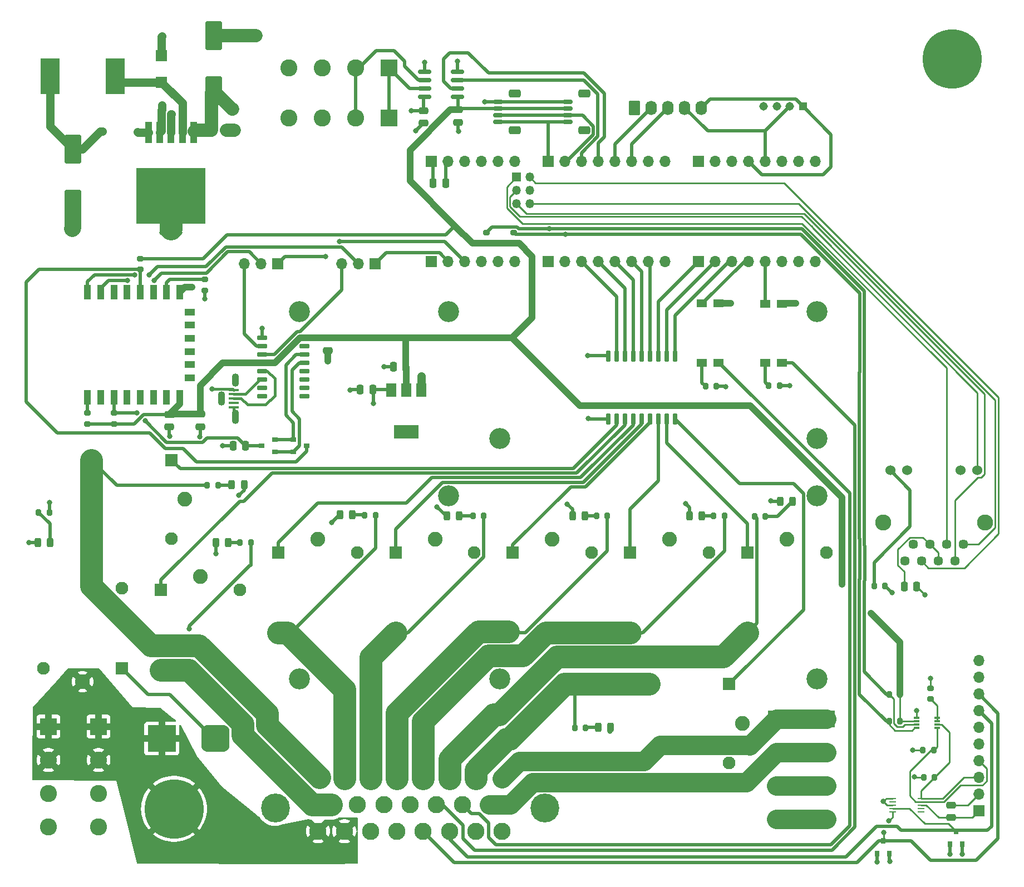
<source format=gbr>
%TF.GenerationSoftware,KiCad,Pcbnew,7.0.9*%
%TF.CreationDate,2024-05-20T07:51:08-06:00*%
%TF.ProjectId,RC11,52433131-2e6b-4696-9361-645f70636258,rev?*%
%TF.SameCoordinates,Original*%
%TF.FileFunction,Copper,L1,Top*%
%TF.FilePolarity,Positive*%
%FSLAX46Y46*%
G04 Gerber Fmt 4.6, Leading zero omitted, Abs format (unit mm)*
G04 Created by KiCad (PCBNEW 7.0.9) date 2024-05-20 07:51:08*
%MOMM*%
%LPD*%
G01*
G04 APERTURE LIST*
G04 Aperture macros list*
%AMRoundRect*
0 Rectangle with rounded corners*
0 $1 Rounding radius*
0 $2 $3 $4 $5 $6 $7 $8 $9 X,Y pos of 4 corners*
0 Add a 4 corners polygon primitive as box body*
4,1,4,$2,$3,$4,$5,$6,$7,$8,$9,$2,$3,0*
0 Add four circle primitives for the rounded corners*
1,1,$1+$1,$2,$3*
1,1,$1+$1,$4,$5*
1,1,$1+$1,$6,$7*
1,1,$1+$1,$8,$9*
0 Add four rect primitives between the rounded corners*
20,1,$1+$1,$2,$3,$4,$5,0*
20,1,$1+$1,$4,$5,$6,$7,0*
20,1,$1+$1,$6,$7,$8,$9,0*
20,1,$1+$1,$8,$9,$2,$3,0*%
G04 Aperture macros list end*
%TA.AperFunction,ComponentPad*%
%ADD10C,2.625000*%
%TD*%
%TA.AperFunction,ComponentPad*%
%ADD11C,4.395000*%
%TD*%
%TA.AperFunction,SMDPad,CuDef*%
%ADD12RoundRect,0.150000X-0.625000X0.150000X-0.625000X-0.150000X0.625000X-0.150000X0.625000X0.150000X0*%
%TD*%
%TA.AperFunction,SMDPad,CuDef*%
%ADD13RoundRect,0.249999X-0.650001X0.350001X-0.650001X-0.350001X0.650001X-0.350001X0.650001X0.350001X0*%
%TD*%
%TA.AperFunction,SMDPad,CuDef*%
%ADD14RoundRect,0.250000X0.250000X0.475000X-0.250000X0.475000X-0.250000X-0.475000X0.250000X-0.475000X0*%
%TD*%
%TA.AperFunction,SMDPad,CuDef*%
%ADD15RoundRect,0.250000X-0.250000X-0.475000X0.250000X-0.475000X0.250000X0.475000X-0.250000X0.475000X0*%
%TD*%
%TA.AperFunction,SMDPad,CuDef*%
%ADD16RoundRect,0.250000X1.000000X-1.950000X1.000000X1.950000X-1.000000X1.950000X-1.000000X-1.950000X0*%
%TD*%
%TA.AperFunction,SMDPad,CuDef*%
%ADD17RoundRect,0.250000X-1.000000X1.950000X-1.000000X-1.950000X1.000000X-1.950000X1.000000X1.950000X0*%
%TD*%
%TA.AperFunction,SMDPad,CuDef*%
%ADD18R,1.800000X1.800000*%
%TD*%
%TA.AperFunction,SMDPad,CuDef*%
%ADD19R,1.500000X2.000000*%
%TD*%
%TA.AperFunction,SMDPad,CuDef*%
%ADD20R,3.800000X2.000000*%
%TD*%
%TA.AperFunction,SMDPad,CuDef*%
%ADD21R,1.050000X3.210000*%
%TD*%
%TA.AperFunction,SMDPad,CuDef*%
%ADD22R,10.530000X8.460000*%
%TD*%
%TA.AperFunction,ComponentPad*%
%ADD23C,1.446000*%
%TD*%
%TA.AperFunction,ComponentPad*%
%ADD24C,1.530000*%
%TD*%
%TA.AperFunction,ComponentPad*%
%ADD25C,2.445000*%
%TD*%
%TA.AperFunction,SMDPad,CuDef*%
%ADD26R,2.900000X5.400000*%
%TD*%
%TA.AperFunction,SMDPad,CuDef*%
%ADD27RoundRect,0.150000X-0.150000X0.725000X-0.150000X-0.725000X0.150000X-0.725000X0.150000X0.725000X0*%
%TD*%
%TA.AperFunction,ComponentPad*%
%ADD28R,1.950000X1.950000*%
%TD*%
%TA.AperFunction,ComponentPad*%
%ADD29C,2.250000*%
%TD*%
%TA.AperFunction,ComponentPad*%
%ADD30C,1.950000*%
%TD*%
%TA.AperFunction,ComponentPad*%
%ADD31R,1.700000X1.700000*%
%TD*%
%TA.AperFunction,ComponentPad*%
%ADD32O,1.700000X1.700000*%
%TD*%
%TA.AperFunction,ComponentPad*%
%ADD33R,1.350000X1.350000*%
%TD*%
%TA.AperFunction,ComponentPad*%
%ADD34O,1.350000X1.350000*%
%TD*%
%TA.AperFunction,ComponentPad*%
%ADD35R,2.600000X2.600000*%
%TD*%
%TA.AperFunction,ComponentPad*%
%ADD36C,2.600000*%
%TD*%
%TA.AperFunction,SMDPad,CuDef*%
%ADD37RoundRect,0.200000X0.200000X0.275000X-0.200000X0.275000X-0.200000X-0.275000X0.200000X-0.275000X0*%
%TD*%
%TA.AperFunction,SMDPad,CuDef*%
%ADD38RoundRect,0.200000X-0.200000X-0.275000X0.200000X-0.275000X0.200000X0.275000X-0.200000X0.275000X0*%
%TD*%
%TA.AperFunction,SMDPad,CuDef*%
%ADD39R,1.500000X1.300000*%
%TD*%
%TA.AperFunction,ComponentPad*%
%ADD40R,1.308000X1.308000*%
%TD*%
%TA.AperFunction,ComponentPad*%
%ADD41C,1.308000*%
%TD*%
%TA.AperFunction,SMDPad,CuDef*%
%ADD42RoundRect,1.025000X-1.125000X1.025000X-1.125000X-1.025000X1.125000X-1.025000X1.125000X1.025000X0*%
%TD*%
%TA.AperFunction,SMDPad,CuDef*%
%ADD43R,4.300000X4.100000*%
%TD*%
%TA.AperFunction,ComponentPad*%
%ADD44C,9.000000*%
%TD*%
%TA.AperFunction,ComponentPad*%
%ADD45C,3.200000*%
%TD*%
%TA.AperFunction,SMDPad,CuDef*%
%ADD46RoundRect,0.243750X0.243750X0.456250X-0.243750X0.456250X-0.243750X-0.456250X0.243750X-0.456250X0*%
%TD*%
%TA.AperFunction,SMDPad,CuDef*%
%ADD47RoundRect,0.243750X-0.243750X-0.456250X0.243750X-0.456250X0.243750X0.456250X-0.243750X0.456250X0*%
%TD*%
%TA.AperFunction,SMDPad,CuDef*%
%ADD48RoundRect,0.250000X-0.475000X0.250000X-0.475000X-0.250000X0.475000X-0.250000X0.475000X0.250000X0*%
%TD*%
%TA.AperFunction,SMDPad,CuDef*%
%ADD49R,1.500000X0.450000*%
%TD*%
%TA.AperFunction,ComponentPad*%
%ADD50O,1.100000X2.000000*%
%TD*%
%TA.AperFunction,ComponentPad*%
%ADD51O,1.100000X2.200000*%
%TD*%
%TA.AperFunction,SMDPad,CuDef*%
%ADD52R,0.900000X0.800000*%
%TD*%
%TA.AperFunction,SMDPad,CuDef*%
%ADD53RoundRect,0.200000X-0.275000X0.200000X-0.275000X-0.200000X0.275000X-0.200000X0.275000X0.200000X0*%
%TD*%
%TA.AperFunction,SMDPad,CuDef*%
%ADD54RoundRect,0.200000X0.275000X-0.200000X0.275000X0.200000X-0.275000X0.200000X-0.275000X-0.200000X0*%
%TD*%
%TA.AperFunction,SMDPad,CuDef*%
%ADD55R,1.000000X2.200000*%
%TD*%
%TA.AperFunction,SMDPad,CuDef*%
%ADD56R,1.500000X1.000000*%
%TD*%
%TA.AperFunction,SMDPad,CuDef*%
%ADD57RoundRect,0.150000X-0.650000X-0.150000X0.650000X-0.150000X0.650000X0.150000X-0.650000X0.150000X0*%
%TD*%
%TA.AperFunction,SMDPad,CuDef*%
%ADD58R,0.800000X0.900000*%
%TD*%
%TA.AperFunction,SMDPad,CuDef*%
%ADD59R,0.850000X0.300000*%
%TD*%
%TA.AperFunction,ComponentPad*%
%ADD60RoundRect,0.249999X-0.620001X-0.845001X0.620001X-0.845001X0.620001X0.845001X-0.620001X0.845001X0*%
%TD*%
%TA.AperFunction,ComponentPad*%
%ADD61O,1.740000X2.190000*%
%TD*%
%TA.AperFunction,SMDPad,CuDef*%
%ADD62RoundRect,0.250000X0.475000X-0.250000X0.475000X0.250000X-0.475000X0.250000X-0.475000X-0.250000X0*%
%TD*%
%TA.AperFunction,SMDPad,CuDef*%
%ADD63R,1.100000X0.250000*%
%TD*%
%TA.AperFunction,SMDPad,CuDef*%
%ADD64RoundRect,0.150000X0.825000X0.150000X-0.825000X0.150000X-0.825000X-0.150000X0.825000X-0.150000X0*%
%TD*%
%TA.AperFunction,ViaPad*%
%ADD65C,0.800000*%
%TD*%
%TA.AperFunction,Conductor*%
%ADD66C,0.254000*%
%TD*%
%TA.AperFunction,Conductor*%
%ADD67C,1.016000*%
%TD*%
%TA.AperFunction,Conductor*%
%ADD68C,0.508000*%
%TD*%
%TA.AperFunction,Conductor*%
%ADD69C,1.270000*%
%TD*%
%TA.AperFunction,Conductor*%
%ADD70C,3.500000*%
%TD*%
%TA.AperFunction,Conductor*%
%ADD71C,0.381000*%
%TD*%
%TA.AperFunction,Conductor*%
%ADD72C,2.032000*%
%TD*%
%TA.AperFunction,Conductor*%
%ADD73C,2.540000*%
%TD*%
%TA.AperFunction,Conductor*%
%ADD74C,3.000000*%
%TD*%
G04 APERTURE END LIST*
D10*
%TO.P,J8,1*%
%TO.N,R1*%
X70000000Y-146500000D03*
%TO.P,J8,2*%
%TO.N,R3*%
X74000000Y-146500000D03*
%TO.P,J8,3*%
%TO.N,R4*%
X78000000Y-146500000D03*
%TO.P,J8,4*%
%TO.N,R5*%
X82000000Y-146500000D03*
%TO.P,J8,5*%
%TO.N,R6*%
X86000000Y-146500000D03*
%TO.P,J8,6*%
%TO.N,R7*%
X90000000Y-146500000D03*
%TO.P,J8,7*%
%TO.N,R8*%
X94000000Y-146500000D03*
%TO.P,J8,8*%
%TO.N,Net-(J8-Pad8)*%
X98000000Y-146500000D03*
%TO.P,J8,9*%
%TO.N,R2*%
X72000000Y-150500000D03*
%TO.P,J8,10*%
%TO.N,+5V*%
X76000000Y-150500000D03*
%TO.P,J8,11*%
X80000000Y-150500000D03*
%TO.P,J8,12*%
%TO.N,GND*%
X84000000Y-150500000D03*
%TO.P,J8,13*%
%TO.N,Sensor2*%
X88000000Y-150500000D03*
%TO.P,J8,14*%
%TO.N,Sensor1*%
X92000000Y-150500000D03*
%TO.P,J8,15*%
%TO.N,Net-(J8-Pad15)*%
X96000000Y-150500000D03*
%TO.P,J8,16*%
%TO.N,12V_In*%
X70000000Y-154500000D03*
%TO.P,J8,17*%
X74000000Y-154500000D03*
%TO.P,J8,18*%
%TO.N,GND*%
X78000000Y-154500000D03*
%TO.P,J8,19*%
X82000000Y-154500000D03*
%TO.P,J8,20*%
%TO.N,AIN1*%
X86000000Y-154500000D03*
%TO.P,J8,21*%
%TO.N,AIN0*%
X90000000Y-154500000D03*
%TO.P,J8,22*%
%TO.N,Net-(J8-Pad22)*%
X94000000Y-154500000D03*
%TO.P,J8,23*%
%TO.N,Net-(J8-Pad23)*%
X98000000Y-154500000D03*
D11*
%TO.P,J8,MH1*%
%TO.N,Net-(J8-PadMH1)*%
X63500000Y-151000000D03*
%TO.P,J8,MH2*%
%TO.N,Net-(J8-PadMH2)*%
X104500000Y-151000000D03*
%TD*%
D12*
%TO.P,J2,1*%
%TO.N,GND*%
X107996600Y-43559600D03*
%TO.P,J2,2*%
%TO.N,+3V3*%
X107996600Y-44559600D03*
%TO.P,J2,3*%
%TO.N,SDA_Teensy*%
X107996600Y-45559600D03*
%TO.P,J2,4*%
%TO.N,SCL_Teensy*%
X107996600Y-46559600D03*
D13*
%TO.P,J2,MP*%
%TO.N,N/C*%
X110521600Y-47859600D03*
X110521600Y-42259600D03*
%TD*%
D12*
%TO.P,J3,1*%
%TO.N,GND*%
X97394600Y-43559600D03*
%TO.P,J3,2*%
%TO.N,+3V3*%
X97394600Y-44559600D03*
%TO.P,J3,3*%
%TO.N,SDA_Teensy*%
X97394600Y-45559600D03*
%TO.P,J3,4*%
%TO.N,SCL_Teensy*%
X97394600Y-46559600D03*
D13*
%TO.P,J3,MP*%
%TO.N,N/C*%
X99919600Y-47859600D03*
X99919600Y-42259600D03*
%TD*%
D14*
%TO.P,C1,1*%
%TO.N,+3V3*%
X83347600Y-83830200D03*
%TO.P,C1,2*%
%TO.N,GND*%
X81447600Y-83830200D03*
%TD*%
%TO.P,C2,1*%
%TO.N,+5V*%
X78308200Y-87325200D03*
%TO.P,C2,2*%
%TO.N,GND*%
X76408200Y-87325200D03*
%TD*%
D15*
%TO.P,C3,1*%
%TO.N,+12V*%
X53822600Y-47879000D03*
%TO.P,C3,2*%
%TO.N,GND*%
X55722600Y-47879000D03*
%TD*%
D16*
%TO.P,C4,1*%
%TO.N,+12V*%
X54163000Y-41868200D03*
%TO.P,C4,2*%
%TO.N,GND*%
X54163000Y-33468200D03*
%TD*%
D17*
%TO.P,C5,1*%
%TO.N,+5V*%
X32700000Y-50689400D03*
%TO.P,C5,2*%
%TO.N,GND*%
X32700000Y-59089400D03*
%TD*%
D18*
%TO.P,D2,1*%
%TO.N,Net-(D2-Pad1)*%
X46187400Y-40531800D03*
%TO.P,D2,2*%
%TO.N,GND*%
X46187400Y-36531800D03*
%TD*%
D19*
%TO.P,IC1,1*%
%TO.N,GND*%
X85728600Y-87414800D03*
%TO.P,IC1,2*%
%TO.N,+3V3*%
X83428600Y-87414800D03*
%TO.P,IC1,3*%
%TO.N,+5V*%
X81128600Y-87414800D03*
D20*
%TO.P,IC1,4*%
%TO.N,Net-(IC1-Pad4)*%
X83428600Y-93714800D03*
%TD*%
D21*
%TO.P,IC2,1*%
%TO.N,+12V*%
X51047900Y-48174750D03*
%TO.P,IC2,2*%
%TO.N,Net-(D2-Pad1)*%
X49347900Y-48174750D03*
%TO.P,IC2,3*%
%TO.N,GND*%
X47647900Y-48174750D03*
%TO.P,IC2,4*%
%TO.N,+5V*%
X45947900Y-48174750D03*
%TO.P,IC2,5*%
%TO.N,GND*%
X44247900Y-48174750D03*
D22*
%TO.P,IC2,6*%
X47647900Y-57804750D03*
%TD*%
D23*
%TO.P,J12,1*%
%TO.N,Net-(J11-Pad6)*%
X168148000Y-110860800D03*
%TO.P,J12,2*%
%TO.N,Net-(J11-Pad5)*%
X166878000Y-113400800D03*
%TO.P,J12,3*%
%TO.N,Net-(J11-Pad1)*%
X165608000Y-110860800D03*
%TO.P,J12,4*%
%TO.N,Net-(C8-Pad1)*%
X164338000Y-113400800D03*
%TO.P,J12,5*%
X163068000Y-110860800D03*
%TO.P,J12,6*%
%TO.N,Net-(J11-Pad2)*%
X161798000Y-113400800D03*
%TO.P,J12,7*%
%TO.N,Net-(J12-Pad7)*%
X160528000Y-110860800D03*
%TO.P,J12,8*%
%TO.N,GND*%
X159258000Y-113400800D03*
D24*
%TO.P,J12,9*%
%TO.N,Net-(J11-Pad3)*%
X170328000Y-99610800D03*
%TO.P,J12,10*%
%TO.N,GND*%
X167788000Y-99610800D03*
%TO.P,J12,11*%
X159618000Y-99610800D03*
%TO.P,J12,12*%
%TO.N,Net-(J12-Pad12)*%
X157078000Y-99610800D03*
D25*
%TO.P,J12,MH1*%
%TO.N,GND*%
X171448000Y-107560800D03*
%TO.P,J12,MH2*%
X155958000Y-107560800D03*
%TD*%
D26*
%TO.P,L1,1*%
%TO.N,Net-(D2-Pad1)*%
X39163800Y-39649400D03*
%TO.P,L1,2*%
%TO.N,+5V*%
X29263800Y-39649400D03*
%TD*%
D27*
%TO.P,U3,1*%
%TO.N,RLY8*%
X124307600Y-82255600D03*
%TO.P,U3,2*%
%TO.N,RLY7*%
X123037600Y-82255600D03*
%TO.P,U3,3*%
%TO.N,RLY6*%
X121767600Y-82255600D03*
%TO.P,U3,4*%
%TO.N,RLY5*%
X120497600Y-82255600D03*
%TO.P,U3,5*%
%TO.N,RLY4*%
X119227600Y-82255600D03*
%TO.P,U3,6*%
%TO.N,RLY3*%
X117957600Y-82255600D03*
%TO.P,U3,7*%
%TO.N,RLY2*%
X116687600Y-82255600D03*
%TO.P,U3,8*%
%TO.N,RLY1*%
X115417600Y-82255600D03*
%TO.P,U3,9*%
%TO.N,GND*%
X114147600Y-82255600D03*
%TO.P,U3,10*%
%TO.N,+12V*%
X114147600Y-91805600D03*
%TO.P,U3,11*%
%TO.N,Net-(RLY1-Pad1)*%
X115417600Y-91805600D03*
%TO.P,U3,12*%
%TO.N,Net-(RLY2-Pad1)*%
X116687600Y-91805600D03*
%TO.P,U3,13*%
%TO.N,Net-(RLY3-Pad1)*%
X117957600Y-91805600D03*
%TO.P,U3,14*%
%TO.N,Net-(RLY4-Pad1)*%
X119227600Y-91805600D03*
%TO.P,U3,15*%
%TO.N,Net-(RLY5-Pad1)*%
X120497600Y-91805600D03*
%TO.P,U3,16*%
%TO.N,Net-(RLY6-Pad1)*%
X121767600Y-91805600D03*
%TO.P,U3,17*%
%TO.N,Net-(RLY7-Pad1)*%
X123037600Y-91805600D03*
%TO.P,U3,18*%
%TO.N,Net-(RLY8-Pad1)*%
X124307600Y-91805600D03*
%TD*%
D28*
%TO.P,RLY8,1*%
%TO.N,Net-(RLY8-Pad1)*%
X132537200Y-132115600D03*
D29*
%TO.P,RLY8,2*%
%TO.N,+12V*%
X134537200Y-138115600D03*
D30*
%TO.P,RLY8,3*%
X132537200Y-144115600D03*
%TO.P,RLY8,4*%
%TO.N,R8*%
X120337200Y-132115600D03*
%TD*%
D28*
%TO.P,RLY2,1*%
%TO.N,Net-(RLY2-Pad1)*%
X46109466Y-117753400D03*
D29*
%TO.P,RLY2,2*%
%TO.N,+12V*%
X52109466Y-115753400D03*
D30*
%TO.P,RLY2,3*%
X58109466Y-117753400D03*
%TO.P,RLY2,4*%
%TO.N,R2*%
X46109466Y-129953400D03*
%TD*%
D28*
%TO.P,RLY3,1*%
%TO.N,Net-(RLY3-Pad1)*%
X63948732Y-112080600D03*
D29*
%TO.P,RLY3,2*%
%TO.N,+12V*%
X69948732Y-110080600D03*
D30*
%TO.P,RLY3,3*%
X75948732Y-112080600D03*
%TO.P,RLY3,4*%
%TO.N,R3*%
X63948732Y-124280600D03*
%TD*%
D28*
%TO.P,RLY4,1*%
%TO.N,Net-(RLY4-Pad1)*%
X81787998Y-112080600D03*
D29*
%TO.P,RLY4,2*%
%TO.N,+12V*%
X87787998Y-110080600D03*
D30*
%TO.P,RLY4,3*%
X93787998Y-112080600D03*
%TO.P,RLY4,4*%
%TO.N,R4*%
X81787998Y-124280600D03*
%TD*%
D28*
%TO.P,RLY5,1*%
%TO.N,Net-(RLY5-Pad1)*%
X99627264Y-112080600D03*
D29*
%TO.P,RLY5,2*%
%TO.N,+12V*%
X105627264Y-110080600D03*
D30*
%TO.P,RLY5,3*%
X111627264Y-112080600D03*
%TO.P,RLY5,4*%
%TO.N,R5*%
X99627264Y-124280600D03*
%TD*%
D28*
%TO.P,RLY6,1*%
%TO.N,Net-(RLY6-Pad1)*%
X117466530Y-112080600D03*
D29*
%TO.P,RLY6,2*%
%TO.N,+12V*%
X123466530Y-110080600D03*
D30*
%TO.P,RLY6,3*%
X129466530Y-112080600D03*
%TO.P,RLY6,4*%
%TO.N,R6*%
X117466530Y-124280600D03*
%TD*%
D28*
%TO.P,RLY7,1*%
%TO.N,Net-(RLY7-Pad1)*%
X135305800Y-112080600D03*
D29*
%TO.P,RLY7,2*%
%TO.N,+12V*%
X141305800Y-110080600D03*
D30*
%TO.P,RLY7,3*%
X147305800Y-112080600D03*
%TO.P,RLY7,4*%
%TO.N,R7*%
X135305800Y-124280600D03*
%TD*%
D15*
%TO.P,C8,1*%
%TO.N,Net-(C8-Pad1)*%
X159156400Y-117246400D03*
%TO.P,C8,2*%
%TO.N,GND*%
X161056400Y-117246400D03*
%TD*%
D31*
%TO.P,J5,1*%
%TO.N,RLY6*%
X127863600Y-67802800D03*
D32*
%TO.P,J5,2*%
%TO.N,RLY7*%
X130403600Y-67802800D03*
%TO.P,J5,3*%
%TO.N,RLY8*%
X132943600Y-67802800D03*
%TO.P,J5,4*%
%TO.N,FlowPin1*%
X135483600Y-67802800D03*
%TO.P,J5,5*%
%TO.N,FlowPin2*%
X138023600Y-67802800D03*
%TO.P,J5,6*%
%TO.N,Net-(J5-Pad6)*%
X140563600Y-67802800D03*
%TO.P,J5,7*%
%TO.N,Net-(J5-Pad7)*%
X143103600Y-67802800D03*
%TO.P,J5,8*%
%TO.N,Net-(J5-Pad8)*%
X145643600Y-67802800D03*
%TD*%
D31*
%TO.P,J7,1*%
%TO.N,Net-(J7-Pad1)*%
X127863600Y-52562800D03*
D32*
%TO.P,J7,2*%
%TO.N,Net-(J7-Pad2)*%
X130403600Y-52562800D03*
%TO.P,J7,3*%
%TO.N,Net-(J7-Pad3)*%
X132943600Y-52562800D03*
%TO.P,J7,4*%
%TO.N,IO37*%
X135483600Y-52562800D03*
%TO.P,J7,5*%
%TO.N,IO36*%
X138023600Y-52562800D03*
%TO.P,J7,6*%
%TO.N,Net-(J7-Pad6)*%
X140563600Y-52562800D03*
%TO.P,J7,7*%
%TO.N,Net-(J7-Pad7)*%
X143103600Y-52562800D03*
%TO.P,J7,8*%
%TO.N,Net-(J7-Pad8)*%
X145643600Y-52562800D03*
%TD*%
D33*
%TO.P,J11,1*%
%TO.N,Net-(J11-Pad1)*%
X100193600Y-55001200D03*
D34*
%TO.P,J11,2*%
%TO.N,Net-(J11-Pad2)*%
X102193600Y-55001200D03*
%TO.P,J11,3*%
%TO.N,Net-(J11-Pad3)*%
X100193600Y-57001200D03*
%TO.P,J11,4*%
%TO.N,GND*%
X102193600Y-57001200D03*
%TO.P,J11,5*%
%TO.N,Net-(J11-Pad5)*%
X100193600Y-59001200D03*
%TO.P,J11,6*%
%TO.N,Net-(J11-Pad6)*%
X102193600Y-59001200D03*
%TD*%
D35*
%TO.P,KF2,1*%
%TO.N,Net-(J8-Pad8)*%
X139701400Y-137449600D03*
X147321400Y-137449600D03*
D36*
%TO.P,KF2,2*%
%TO.N,Net-(J8-Pad15)*%
X147321400Y-142529600D03*
X139701400Y-142529600D03*
%TO.P,KF2,3*%
%TO.N,Net-(J8-Pad23)*%
X139701400Y-147609600D03*
X147321400Y-147609600D03*
%TO.P,KF2,4*%
%TO.N,Net-(J8-Pad22)*%
X147321400Y-152689600D03*
X139701400Y-152689600D03*
%TD*%
D15*
%TO.P,C6,1*%
%TO.N,+5V*%
X87492800Y-55915600D03*
%TO.P,C6,2*%
%TO.N,GND*%
X89392800Y-55915600D03*
%TD*%
D37*
%TO.P,R11,1*%
%TO.N,+5V*%
X156262800Y-117195600D03*
%TO.P,R11,2*%
%TO.N,Net-(J12-Pad12)*%
X154612800Y-117195600D03*
%TD*%
D38*
%TO.P,R1,1*%
%TO.N,Net-(R1-Pad1)*%
X128936000Y-86827400D03*
%TO.P,R1,2*%
%TO.N,+5V*%
X130586000Y-86827400D03*
%TD*%
%TO.P,R2,1*%
%TO.N,Net-(R2-Pad1)*%
X138562600Y-86725800D03*
%TO.P,R2,2*%
%TO.N,+5V*%
X140212600Y-86725800D03*
%TD*%
D39*
%TO.P,U1,1*%
%TO.N,Net-(R1-Pad1)*%
X128389400Y-83199400D03*
%TO.P,U1,2*%
%TO.N,Sensor1*%
X130929400Y-83199400D03*
%TO.P,U1,3*%
%TO.N,GND*%
X130929400Y-74199400D03*
%TO.P,U1,4*%
%TO.N,FlowPin1*%
X128389400Y-74199400D03*
%TD*%
%TO.P,U2,1*%
%TO.N,Net-(R2-Pad1)*%
X138041400Y-83224800D03*
%TO.P,U2,2*%
%TO.N,Sensor2*%
X140581400Y-83224800D03*
%TO.P,U2,3*%
%TO.N,GND*%
X140581400Y-74224800D03*
%TO.P,U2,4*%
%TO.N,FlowPin2*%
X138041400Y-74224800D03*
%TD*%
D31*
%TO.P,J4,1*%
%TO.N,GND*%
X87223600Y-67802800D03*
D32*
%TO.P,J4,2*%
%TO.N,RX_Teensy*%
X89763600Y-67802800D03*
%TO.P,J4,3*%
%TO.N,TX_Teensy*%
X92303600Y-67802800D03*
%TO.P,J4,4*%
%TO.N,Net-(J4-Pad4)*%
X94843600Y-67802800D03*
%TO.P,J4,5*%
%TO.N,Net-(J4-Pad5)*%
X97383600Y-67802800D03*
%TO.P,J4,6*%
%TO.N,Net-(J4-Pad6)*%
X99923600Y-67802800D03*
%TD*%
D31*
%TO.P,J6,1*%
%TO.N,Net-(J6-Pad1)*%
X105003600Y-67802800D03*
D32*
%TO.P,J6,2*%
%TO.N,Net-(J6-Pad2)*%
X107543600Y-67802800D03*
%TO.P,J6,3*%
%TO.N,RLY1*%
X110083600Y-67802800D03*
%TO.P,J6,4*%
%TO.N,RLY2*%
X112623600Y-67802800D03*
%TO.P,J6,5*%
%TO.N,RLY3*%
X115163600Y-67802800D03*
%TO.P,J6,6*%
%TO.N,RLY4*%
X117703600Y-67802800D03*
%TO.P,J6,7*%
%TO.N,RLY5*%
X120243600Y-67802800D03*
%TO.P,J6,8*%
%TO.N,Net-(J6-Pad8)*%
X122783600Y-67802800D03*
%TD*%
D31*
%TO.P,J15,1*%
%TO.N,+5V*%
X87223600Y-52562800D03*
D32*
%TO.P,J15,2*%
%TO.N,GND*%
X89763600Y-52562800D03*
%TO.P,J15,3*%
%TO.N,Net-(J15-Pad3)*%
X92303600Y-52562800D03*
%TO.P,J15,4*%
%TO.N,Net-(J15-Pad4)*%
X94843600Y-52562800D03*
%TO.P,J15,5*%
%TO.N,Net-(J15-Pad5)*%
X97383600Y-52562800D03*
%TO.P,J15,6*%
%TO.N,Net-(J15-Pad6)*%
X99923600Y-52562800D03*
%TD*%
D31*
%TO.P,J16,1*%
%TO.N,SCL_Teensy*%
X105003600Y-52562800D03*
D32*
%TO.P,J16,2*%
%TO.N,SDA_Teensy*%
X107543600Y-52562800D03*
%TO.P,J16,3*%
%TO.N,TX4*%
X110083600Y-52562800D03*
%TO.P,J16,4*%
%TO.N,RX4*%
X112623600Y-52562800D03*
%TO.P,J16,5*%
%TO.N,IO15*%
X115163600Y-52562800D03*
%TO.P,J16,6*%
%TO.N,IO14*%
X117703600Y-52562800D03*
%TO.P,J16,7*%
%TO.N,Net-(J16-Pad7)*%
X120243600Y-52562800D03*
%TO.P,J16,8*%
%TO.N,GND*%
X122783600Y-52562800D03*
%TD*%
D40*
%TO.P,J21,1*%
%TO.N,IO37*%
X143766800Y-44219800D03*
D41*
%TO.P,J21,2*%
%TO.N,IO36*%
X141766800Y-44219800D03*
%TO.P,J21,3*%
%TO.N,Net-(J21-Pad3)*%
X139766800Y-44219800D03*
%TO.P,J21,4*%
%TO.N,GND*%
X137766800Y-44219800D03*
%TD*%
D42*
%TO.P,D1,1*%
%TO.N,Net-(D1-Pad1)*%
X54417400Y-140411200D03*
D43*
%TO.P,D1,2*%
%TO.N,12V_In*%
X46217400Y-140411200D03*
%TD*%
D44*
%TO.P,J14,1*%
%TO.N,GND*%
X166471600Y-37033200D03*
%TD*%
%TO.P,J17,1*%
%TO.N,12V_In*%
X48082200Y-151104600D03*
%TD*%
D35*
%TO.P,KF1,1*%
%TO.N,12V_In*%
X28982800Y-138592600D03*
X36602800Y-138592600D03*
D36*
%TO.P,KF1,2*%
X28982800Y-143672600D03*
X36602800Y-143672600D03*
%TO.P,KF1,3*%
%TO.N,GND*%
X28982800Y-148752600D03*
X36602800Y-148752600D03*
%TO.P,KF1,4*%
X36602800Y-153832600D03*
X28982800Y-153832600D03*
%TD*%
D45*
%TO.P,REF\u002A\u002A,8*%
%TO.N,N/C*%
X67147800Y-131365600D03*
X97627800Y-131365600D03*
X145887800Y-103485600D03*
X67147800Y-75485600D03*
X89887800Y-75485600D03*
X97627800Y-94785600D03*
X145887800Y-94785600D03*
X145887800Y-131365600D03*
X89887800Y-103485600D03*
X145887800Y-75485600D03*
%TD*%
D46*
%TO.P,D3,1*%
%TO.N,GND*%
X58747900Y-101762600D03*
%TO.P,D3,2*%
%TO.N,Net-(D3-Pad2)*%
X56872900Y-101762600D03*
%TD*%
D47*
%TO.P,D4,1*%
%TO.N,GND*%
X54485300Y-110576400D03*
%TO.P,D4,2*%
%TO.N,Net-(D4-Pad2)*%
X56360300Y-110576400D03*
%TD*%
%TO.P,D5,1*%
%TO.N,GND*%
X73332100Y-106360000D03*
%TO.P,D5,2*%
%TO.N,Net-(D5-Pad2)*%
X75207100Y-106360000D03*
%TD*%
%TO.P,D6,1*%
%TO.N,GND*%
X89588100Y-106563200D03*
%TO.P,D6,2*%
%TO.N,Net-(D6-Pad2)*%
X91463100Y-106563200D03*
%TD*%
%TO.P,D7,1*%
%TO.N,GND*%
X108714300Y-106537800D03*
%TO.P,D7,2*%
%TO.N,Net-(D7-Pad2)*%
X110589300Y-106537800D03*
%TD*%
%TO.P,D8,1*%
%TO.N,GND*%
X126494300Y-106512400D03*
%TO.P,D8,2*%
%TO.N,Net-(D8-Pad2)*%
X128369300Y-106512400D03*
%TD*%
%TO.P,D9,1*%
%TO.N,GND*%
X140311900Y-104302600D03*
%TO.P,D9,2*%
%TO.N,Net-(D9-Pad2)*%
X142186900Y-104302600D03*
%TD*%
D46*
%TO.P,D10,1*%
%TO.N,GND*%
X114526300Y-138719600D03*
%TO.P,D10,2*%
%TO.N,Net-(D10-Pad2)*%
X112651300Y-138719600D03*
%TD*%
D38*
%TO.P,R3,1*%
%TO.N,R1*%
X53150000Y-101864200D03*
%TO.P,R3,2*%
%TO.N,Net-(D3-Pad2)*%
X54800000Y-101864200D03*
%TD*%
D37*
%TO.P,R4,1*%
%TO.N,R2*%
X59778400Y-110576400D03*
%TO.P,R4,2*%
%TO.N,Net-(D4-Pad2)*%
X58128400Y-110576400D03*
%TD*%
%TO.P,R5,1*%
%TO.N,R3*%
X78726800Y-106410800D03*
%TO.P,R5,2*%
%TO.N,Net-(D5-Pad2)*%
X77076800Y-106410800D03*
%TD*%
%TO.P,R6,1*%
%TO.N,R4*%
X95211400Y-106563200D03*
%TO.P,R6,2*%
%TO.N,Net-(D6-Pad2)*%
X93561400Y-106563200D03*
%TD*%
%TO.P,R7,1*%
%TO.N,R5*%
X114007400Y-106537800D03*
%TO.P,R7,2*%
%TO.N,Net-(D7-Pad2)*%
X112357400Y-106537800D03*
%TD*%
%TO.P,R8,1*%
%TO.N,R6*%
X131812800Y-106512400D03*
%TO.P,R8,2*%
%TO.N,Net-(D8-Pad2)*%
X130162800Y-106512400D03*
%TD*%
D38*
%TO.P,R9,1*%
%TO.N,R7*%
X136411200Y-106568800D03*
%TO.P,R9,2*%
%TO.N,Net-(D9-Pad2)*%
X138061200Y-106568800D03*
%TD*%
%TO.P,R10,1*%
%TO.N,R8*%
X109042200Y-138795800D03*
%TO.P,R10,2*%
%TO.N,Net-(D10-Pad2)*%
X110692200Y-138795800D03*
%TD*%
D28*
%TO.P,RLY1,1*%
%TO.N,Net-(RLY1-Pad1)*%
X47726600Y-98018600D03*
D29*
%TO.P,RLY1,2*%
%TO.N,+12V*%
X49726600Y-104018600D03*
D30*
%TO.P,RLY1,3*%
X47726600Y-110018600D03*
%TO.P,RLY1,4*%
%TO.N,R1*%
X35526600Y-98018600D03*
%TD*%
D48*
%TO.P,C7,1*%
%TO.N,+3V3*%
X52070000Y-91048800D03*
%TO.P,C7,2*%
%TO.N,GND*%
X52070000Y-92948800D03*
%TD*%
%TO.P,C9,1*%
%TO.N,+3V3*%
X47371000Y-91074200D03*
%TO.P,C9,2*%
%TO.N,GND*%
X47371000Y-92974200D03*
%TD*%
%TO.P,C30,1*%
%TO.N,+3V3*%
X71501000Y-79466400D03*
%TO.P,C30,2*%
%TO.N,GND*%
X71501000Y-81366400D03*
%TD*%
D14*
%TO.P,C31,1*%
%TO.N,EN*%
X58978800Y-95834200D03*
%TO.P,C31,2*%
%TO.N,GND*%
X57078800Y-95834200D03*
%TD*%
D49*
%TO.P,J9,1*%
%TO.N,+5V*%
X57179400Y-87371400D03*
%TO.P,J9,2*%
%TO.N,Net-(J9-Pad2)*%
X57179400Y-88021400D03*
%TO.P,J9,3*%
%TO.N,Net-(J9-Pad3)*%
X57179400Y-88671400D03*
%TO.P,J9,4*%
%TO.N,Net-(J9-Pad4)*%
X57179400Y-89321400D03*
%TO.P,J9,5*%
%TO.N,GND*%
X57179400Y-89971400D03*
D50*
%TO.P,J9,S1*%
X57429400Y-85871400D03*
D51*
%TO.P,J9,S2*%
X57429400Y-91471400D03*
%TO.P,J9,S3*%
X55279400Y-88671400D03*
%TD*%
D52*
%TO.P,Q1,1*%
%TO.N,Net-(Q1-Pad1)*%
X63397600Y-96784200D03*
%TO.P,Q1,2*%
%TO.N,Net-(Q1-Pad2)*%
X63397600Y-94884200D03*
%TO.P,Q1,3*%
%TO.N,EN*%
X61397600Y-95834200D03*
%TD*%
%TO.P,Q2,1*%
%TO.N,Net-(Q1-Pad2)*%
X66274400Y-94884200D03*
%TO.P,Q2,2*%
%TO.N,Net-(Q1-Pad1)*%
X66274400Y-96784200D03*
%TO.P,Q2,3*%
%TO.N,IO0*%
X68274400Y-95834200D03*
%TD*%
D53*
%TO.P,R14,1*%
%TO.N,Net-(R14-Pad1)*%
X34925000Y-90869000D03*
%TO.P,R14,2*%
%TO.N,+3V3*%
X34925000Y-92519000D03*
%TD*%
%TO.P,R15,1*%
%TO.N,EN*%
X38938200Y-90869000D03*
%TO.P,R15,2*%
%TO.N,+3V3*%
X38938200Y-92519000D03*
%TD*%
%TO.P,R16,1*%
%TO.N,+3V3*%
X42951400Y-67399400D03*
%TO.P,R16,2*%
%TO.N,IO0*%
X42951400Y-69049400D03*
%TD*%
D54*
%TO.P,R17,1*%
%TO.N,GND*%
X52755800Y-72212200D03*
%TO.P,R17,2*%
%TO.N,Net-(R17-Pad2)*%
X52755800Y-70562200D03*
%TD*%
D55*
%TO.P,U4,1*%
%TO.N,Net-(R14-Pad1)*%
X34944400Y-88519000D03*
%TO.P,U4,2*%
%TO.N,Net-(U4-Pad2)*%
X36944400Y-88519000D03*
%TO.P,U4,3*%
%TO.N,EN*%
X38944400Y-88519000D03*
%TO.P,U4,4*%
%TO.N,Net-(U4-Pad4)*%
X40944400Y-88519000D03*
%TO.P,U4,5*%
%TO.N,Net-(U4-Pad5)*%
X42944400Y-88519000D03*
%TO.P,U4,6*%
%TO.N,Net-(U4-Pad6)*%
X44944400Y-88519000D03*
%TO.P,U4,7*%
%TO.N,Net-(U4-Pad7)*%
X46944400Y-88519000D03*
%TO.P,U4,8*%
%TO.N,+3V3*%
X48944400Y-88519000D03*
D56*
%TO.P,U4,9*%
%TO.N,Net-(U4-Pad9)*%
X50444400Y-85519000D03*
%TO.P,U4,10*%
%TO.N,Net-(U4-Pad10)*%
X50444400Y-83519000D03*
%TO.P,U4,11*%
%TO.N,Net-(U4-Pad11)*%
X50444400Y-81519000D03*
%TO.P,U4,12*%
%TO.N,Net-(U4-Pad12)*%
X50444400Y-79519000D03*
%TO.P,U4,13*%
%TO.N,Net-(U4-Pad13)*%
X50444400Y-77519000D03*
%TO.P,U4,14*%
%TO.N,Net-(U4-Pad14)*%
X50444400Y-75519000D03*
D55*
%TO.P,U4,15*%
%TO.N,GND*%
X48944400Y-72519000D03*
%TO.P,U4,16*%
%TO.N,Net-(R17-Pad2)*%
X46944400Y-72519000D03*
%TO.P,U4,17*%
%TO.N,Net-(U4-Pad17)*%
X44944400Y-72519000D03*
%TO.P,U4,18*%
%TO.N,IO0*%
X42944400Y-72519000D03*
%TO.P,U4,19*%
%TO.N,Net-(U4-Pad19)*%
X40944400Y-72519000D03*
%TO.P,U4,20*%
%TO.N,Net-(U4-Pad20)*%
X38944400Y-72519000D03*
%TO.P,U4,21*%
%TO.N,RX_ESP*%
X36944400Y-72519000D03*
%TO.P,U4,22*%
%TO.N,TX_ESP*%
X34944400Y-72519000D03*
%TD*%
D57*
%TO.P,U8,1*%
%TO.N,GND*%
X61459000Y-79425800D03*
%TO.P,U8,2*%
%TO.N,TX_CH340*%
X61459000Y-80695800D03*
%TO.P,U8,3*%
%TO.N,RX_CH340*%
X61459000Y-81965800D03*
%TO.P,U8,4*%
%TO.N,+3V3*%
X61459000Y-83235800D03*
%TO.P,U8,5*%
%TO.N,Net-(J9-Pad3)*%
X61459000Y-84505800D03*
%TO.P,U8,6*%
%TO.N,Net-(J9-Pad2)*%
X61459000Y-85775800D03*
%TO.P,U8,7*%
%TO.N,Net-(U8-Pad7)*%
X61459000Y-87045800D03*
%TO.P,U8,8*%
%TO.N,Net-(U8-Pad8)*%
X61459000Y-88315800D03*
%TO.P,U8,9*%
%TO.N,Net-(U8-Pad9)*%
X67959000Y-88315800D03*
%TO.P,U8,10*%
%TO.N,Net-(U8-Pad10)*%
X67959000Y-87045800D03*
%TO.P,U8,11*%
%TO.N,Net-(U8-Pad11)*%
X67959000Y-85775800D03*
%TO.P,U8,12*%
%TO.N,Net-(U8-Pad12)*%
X67959000Y-84505800D03*
%TO.P,U8,13*%
%TO.N,Net-(Q1-Pad1)*%
X67959000Y-83235800D03*
%TO.P,U8,14*%
%TO.N,Net-(Q1-Pad2)*%
X67959000Y-81965800D03*
%TO.P,U8,15*%
%TO.N,Net-(U8-Pad15)*%
X67959000Y-80695800D03*
%TO.P,U8,16*%
%TO.N,+3V3*%
X67959000Y-79425800D03*
%TD*%
D53*
%TO.P,R12,1*%
%TO.N,SDA_Teensy*%
X99720400Y-63411600D03*
%TO.P,R12,2*%
%TO.N,+3V3*%
X99720400Y-65061600D03*
%TD*%
%TO.P,R13,1*%
%TO.N,SCL_Teensy*%
X95605600Y-63411600D03*
%TO.P,R13,2*%
%TO.N,+3V3*%
X95605600Y-65061600D03*
%TD*%
D31*
%TO.P,J10,1*%
%TO.N,RX_Teensy*%
X78689200Y-68158400D03*
D32*
%TO.P,J10,2*%
%TO.N,TX_ESP*%
X76149200Y-68158400D03*
%TO.P,J10,3*%
%TO.N,RX_CH340*%
X73609200Y-68158400D03*
%TD*%
D31*
%TO.P,J18,1*%
%TO.N,TX_Teensy*%
X63881000Y-68158400D03*
D32*
%TO.P,J18,2*%
%TO.N,RX_ESP*%
X61341000Y-68158400D03*
%TO.P,J18,3*%
%TO.N,TX_CH340*%
X58801000Y-68158400D03*
%TD*%
D58*
%TO.P,D11,1*%
%TO.N,GND*%
X166105800Y-156509000D03*
%TO.P,D11,2*%
%TO.N,+5V*%
X168005800Y-156509000D03*
%TO.P,D11,3*%
%TO.N,AIN0*%
X167055800Y-154509000D03*
%TD*%
D59*
%TO.P,IC3,1*%
%TO.N,GND*%
X161035800Y-137283800D03*
%TO.P,IC3,2*%
%TO.N,+3V3*%
X161035800Y-137783800D03*
%TO.P,IC3,3*%
%TO.N,SCL_Teensy*%
X161035800Y-138283800D03*
%TO.P,IC3,4*%
%TO.N,SDA_Teensy*%
X161035800Y-138783800D03*
%TO.P,IC3,5*%
%TO.N,Net-(IC3-Pad5)*%
X164185800Y-138783800D03*
%TO.P,IC3,6*%
%TO.N,Net-(IC3-Pad6)*%
X164185800Y-138283800D03*
%TO.P,IC3,7*%
%TO.N,Net-(IC3-Pad7)*%
X164185800Y-137783800D03*
%TO.P,IC3,8*%
X164185800Y-137283800D03*
%TD*%
D31*
%TO.P,J19,1*%
%TO.N,+5V*%
X170510200Y-151394200D03*
D32*
%TO.P,J19,2*%
%TO.N,GND*%
X170510200Y-148854200D03*
%TO.P,J19,3*%
%TO.N,Net-(IC3-Pad6)*%
X170510200Y-146314200D03*
%TO.P,J19,4*%
%TO.N,Net-(IC3-Pad5)*%
X170510200Y-143774200D03*
%TO.P,J19,5*%
%TO.N,+5V*%
X170510200Y-141234200D03*
%TO.P,J19,6*%
%TO.N,Net-(J19-Pad6)*%
X170510200Y-138694200D03*
%TO.P,J19,7*%
%TO.N,AIN0*%
X170510200Y-136154200D03*
%TO.P,J19,8*%
%TO.N,AIN1*%
X170510200Y-133614200D03*
%TO.P,J19,9*%
%TO.N,Net-(J19-Pad9)*%
X170510200Y-131074200D03*
%TO.P,J19,10*%
%TO.N,Net-(J19-Pad10)*%
X170510200Y-128534200D03*
%TD*%
D38*
%TO.P,R18,1*%
%TO.N,+5V*%
X162141400Y-146288800D03*
%TO.P,R18,2*%
%TO.N,Net-(IC3-Pad6)*%
X163791400Y-146288800D03*
%TD*%
%TO.P,R19,1*%
%TO.N,+5V*%
X162014400Y-142148600D03*
%TO.P,R19,2*%
%TO.N,Net-(IC3-Pad5)*%
X163664400Y-142148600D03*
%TD*%
D53*
%TO.P,R20,1*%
%TO.N,+5V*%
X163169600Y-132763800D03*
%TO.P,R20,2*%
%TO.N,Net-(IC3-Pad7)*%
X163169600Y-134413800D03*
%TD*%
D37*
%TO.P,R21,1*%
%TO.N,+3V3*%
X158559000Y-133665000D03*
%TO.P,R21,2*%
%TO.N,SCL_Teensy*%
X156909000Y-133665000D03*
%TD*%
%TO.P,R22,1*%
%TO.N,+3V3*%
X158533600Y-137805200D03*
%TO.P,R22,2*%
%TO.N,SDA_Teensy*%
X156883600Y-137805200D03*
%TD*%
D60*
%TO.P,J13,1*%
%TO.N,GND*%
X118135400Y-44439800D03*
D61*
%TO.P,J13,2*%
%TO.N,IO15*%
X120675400Y-44439800D03*
%TO.P,J13,3*%
%TO.N,IO14*%
X123215400Y-44439800D03*
%TO.P,J13,4*%
%TO.N,IO36*%
X125755400Y-44439800D03*
%TO.P,J13,5*%
%TO.N,IO37*%
X128295400Y-44439800D03*
%TD*%
D58*
%TO.P,D12,1*%
%TO.N,GND*%
X155031400Y-157931400D03*
%TO.P,D12,2*%
%TO.N,+5V*%
X156931400Y-157931400D03*
%TO.P,D12,3*%
%TO.N,AIN1*%
X155981400Y-155931400D03*
%TD*%
D62*
%TO.P,C11,1*%
%TO.N,+5V*%
X166268400Y-152420400D03*
%TO.P,C11,2*%
%TO.N,GND*%
X166268400Y-150520400D03*
%TD*%
D63*
%TO.P,U6,1*%
%TO.N,GND*%
X157412800Y-149530600D03*
%TO.P,U6,2*%
%TO.N,Net-(U6-Pad2)*%
X157412800Y-150030600D03*
%TO.P,U6,3*%
%TO.N,GND*%
X157412800Y-150530600D03*
%TO.P,U6,4*%
%TO.N,AIN0*%
X157412800Y-151030600D03*
%TO.P,U6,5*%
%TO.N,AIN1*%
X157412800Y-151530600D03*
%TO.P,U6,6*%
%TO.N,Net-(U6-Pad6)*%
X161712800Y-151530600D03*
%TO.P,U6,7*%
%TO.N,Net-(U6-Pad7)*%
X161712800Y-151030600D03*
%TO.P,U6,8*%
%TO.N,+5V*%
X161712800Y-150530600D03*
%TO.P,U6,9*%
%TO.N,Net-(IC3-Pad5)*%
X161712800Y-150030600D03*
%TO.P,U6,10*%
%TO.N,Net-(IC3-Pad6)*%
X161712800Y-149530600D03*
%TD*%
D28*
%TO.P,RLY9,1*%
%TO.N,Net-(D1-Pad1)*%
X40182800Y-129753400D03*
D29*
%TO.P,RLY9,2*%
%TO.N,12V_In*%
X34182800Y-131753400D03*
D30*
%TO.P,RLY9,3*%
%TO.N,GND*%
X28182800Y-129753400D03*
%TO.P,RLY9,4*%
%TO.N,+12V*%
X40182800Y-117553400D03*
%TD*%
D62*
%TO.P,C16,1*%
%TO.N,GND*%
X91287600Y-46644600D03*
%TO.P,C16,2*%
%TO.N,+3V3*%
X91287600Y-44744600D03*
%TD*%
D48*
%TO.P,C17,1*%
%TO.N,+5V*%
X86055200Y-44846200D03*
%TO.P,C17,2*%
%TO.N,GND*%
X86055200Y-46746200D03*
%TD*%
D64*
%TO.P,U9,1*%
%TO.N,+3V3*%
X91197200Y-42748200D03*
%TO.P,U9,2*%
%TO.N,RX4*%
X91197200Y-41478200D03*
%TO.P,U9,3*%
%TO.N,TX4*%
X91197200Y-40208200D03*
%TO.P,U9,4*%
%TO.N,GND*%
X91197200Y-38938200D03*
%TO.P,U9,5*%
X86247200Y-38938200D03*
%TO.P,U9,6*%
%TO.N,Net-(KF3-Pad2)*%
X86247200Y-40208200D03*
%TO.P,U9,7*%
%TO.N,Net-(KF3-Pad1)*%
X86247200Y-41478200D03*
%TO.P,U9,8*%
%TO.N,+5V*%
X86247200Y-42748200D03*
%TD*%
D35*
%TO.P,KF3,1*%
%TO.N,Net-(KF3-Pad1)*%
X80797400Y-46000800D03*
X80797400Y-38380800D03*
D36*
%TO.P,KF3,2*%
%TO.N,Net-(KF3-Pad2)*%
X75717400Y-38380800D03*
X75717400Y-46000800D03*
%TO.P,KF3,3*%
%TO.N,+5V*%
X70637400Y-38380800D03*
X70637400Y-46000800D03*
%TO.P,KF3,4*%
%TO.N,GND*%
X65557400Y-38380800D03*
X65557400Y-46000800D03*
%TD*%
D47*
%TO.P,D13,1*%
%TO.N,GND*%
X27360400Y-110591600D03*
%TO.P,D13,2*%
%TO.N,Net-(D13-Pad2)*%
X29235400Y-110591600D03*
%TD*%
D37*
%TO.P,R23,1*%
%TO.N,+12V*%
X29146000Y-105994200D03*
%TO.P,R23,2*%
%TO.N,Net-(D13-Pad2)*%
X27496000Y-105994200D03*
%TD*%
D65*
%TO.N,GND*%
X46238200Y-33578800D03*
X47686000Y-45364400D03*
X42529800Y-48082200D03*
X142664200Y-74203600D03*
X57287200Y-47828200D03*
X166116000Y-157972800D03*
X155041600Y-159192000D03*
X125882400Y-104658200D03*
X107924600Y-104734400D03*
X88112600Y-105140800D03*
X72085200Y-107503000D03*
X91338400Y-48006000D03*
X91211400Y-37338000D03*
X86207600Y-37490400D03*
X47625000Y-63423800D03*
X48945800Y-63449200D03*
X46278800Y-63449200D03*
X52806600Y-73507600D03*
X25984200Y-110566200D03*
X57962800Y-103428800D03*
X162356800Y-118516402D03*
X114424065Y-139300865D03*
X110998000Y-82179200D03*
X138912600Y-104251800D03*
X54457598Y-112318800D03*
X85714800Y-85293200D03*
X50850800Y-71755000D03*
X132809000Y-74203600D03*
X161035798Y-136179398D03*
X61468002Y-77952600D03*
X71501000Y-83007200D03*
X95394522Y-43549829D03*
X47396400Y-94386400D03*
X80035400Y-83830200D03*
X32588200Y-62814200D03*
X74894400Y-87350600D03*
X55463400Y-95834200D03*
X60579000Y-33426400D03*
X84886800Y-47955200D03*
X52044600Y-94488000D03*
X156006800Y-149971800D03*
%TO.N,+12V*%
X111074200Y-91729600D03*
X56982400Y-44627800D03*
X29146000Y-104533200D03*
%TO.N,+5V*%
X46289000Y-44018200D03*
X163169600Y-131226600D03*
X168021000Y-158023600D03*
X156972000Y-159141200D03*
X160754163Y-146264087D03*
X53848000Y-87198200D03*
X141732004Y-86725800D03*
X84201000Y-44856400D03*
X78399600Y-89408000D03*
X160477200Y-142174000D03*
X132015218Y-86841382D03*
X157353000Y-118237000D03*
X37160200Y-48006000D03*
%TO.N,+3V3*%
X149707600Y-116916200D03*
X154152600Y-121310400D03*
%TO.N,R2*%
X50419000Y-123723400D03*
%TO.N,EN*%
X43676296Y-92069182D03*
X42443400Y-90855800D03*
%TO.N,TX_Teensy*%
X73279000Y-64757379D03*
X71170800Y-67056000D03*
%TO.N,TX_ESP*%
X44334738Y-69884990D03*
X42077315Y-69884990D03*
%TO.N,RX_ESP*%
X41021000Y-70739000D03*
X45085000Y-70713600D03*
%TO.N,AIN1*%
X156032200Y-154721600D03*
X156845000Y-152943600D03*
%TO.N,SDA_Teensy*%
X107645200Y-63693610D03*
%TO.N,SCL_Teensy*%
X105206800Y-62839600D03*
%TD*%
D66*
%TO.N,GND*%
X162326402Y-118516402D02*
X162356800Y-118516402D01*
D67*
X142664200Y-74203600D02*
X140484000Y-74203600D01*
D68*
X76408200Y-87325200D02*
X74919800Y-87325200D01*
X126494300Y-106512400D02*
X126494300Y-105270100D01*
X155031400Y-157931400D02*
X155031400Y-159181800D01*
D69*
X46187400Y-36531800D02*
X46187400Y-33629600D01*
D66*
X166268400Y-150520400D02*
X168844000Y-150520400D01*
D68*
X114526300Y-139198630D02*
X114424065Y-139300865D01*
X47371000Y-94361000D02*
X47396400Y-94386400D01*
D66*
X168844000Y-150520400D02*
X170510200Y-148854200D01*
D67*
X71501000Y-83007200D02*
X71501000Y-81366400D01*
D66*
X157412800Y-149530600D02*
X156448000Y-149530600D01*
D68*
X52070000Y-94462600D02*
X52044600Y-94488000D01*
X166105800Y-157962600D02*
X166116000Y-157972800D01*
D70*
X47647900Y-57804750D02*
X47647900Y-62867500D01*
D71*
X57179400Y-89971400D02*
X57179400Y-91221400D01*
X57179400Y-91221400D02*
X57429400Y-91471400D01*
D68*
X86247200Y-37530000D02*
X86207600Y-37490400D01*
X47371000Y-92974200D02*
X47371000Y-94361000D01*
X86247200Y-38938200D02*
X86247200Y-37530000D01*
D66*
X156565600Y-150530600D02*
X156006800Y-149971800D01*
D68*
X114526300Y-138719600D02*
X114526300Y-139198630D01*
D72*
X57287200Y-47828200D02*
X56054610Y-47828200D01*
D66*
X161035800Y-137283800D02*
X161035800Y-136179400D01*
D68*
X97394600Y-43559600D02*
X107996600Y-43559600D01*
D69*
X44247900Y-48174750D02*
X42622350Y-48174750D01*
D68*
X52070000Y-92948800D02*
X52070000Y-94462600D01*
X114071200Y-82179200D02*
X114147600Y-82255600D01*
D69*
X46187400Y-33629600D02*
X46238200Y-33578800D01*
D68*
X57078800Y-95834200D02*
X55463400Y-95834200D01*
X91197200Y-38938200D02*
X91197200Y-37352200D01*
X58747900Y-101762600D02*
X58747900Y-102643700D01*
D72*
X60537200Y-33468200D02*
X60579000Y-33426400D01*
D73*
X32700000Y-59089400D02*
X32700000Y-62702400D01*
D68*
X110998000Y-82179200D02*
X114071200Y-82179200D01*
X97394600Y-43559600D02*
X95404293Y-43559600D01*
X108714300Y-105524100D02*
X107924600Y-104734400D01*
X74919800Y-87325200D02*
X74894400Y-87350600D01*
X84886800Y-47914600D02*
X84886800Y-47955200D01*
D67*
X132809000Y-74203600D02*
X130806600Y-74203600D01*
D68*
X54485300Y-112291098D02*
X54457598Y-112318800D01*
X54485300Y-110576400D02*
X54485300Y-112291098D01*
D69*
X47647900Y-48174750D02*
X47647900Y-45402500D01*
D66*
X157412800Y-150530600D02*
X156565600Y-150530600D01*
D68*
X155031400Y-159181800D02*
X155041600Y-159192000D01*
X126494300Y-105270100D02*
X125882400Y-104658200D01*
D66*
X156448000Y-149530600D02*
X156006800Y-149971800D01*
D69*
X47647900Y-45402500D02*
X47686000Y-45364400D01*
D68*
X89588100Y-106563200D02*
X89535000Y-106563200D01*
X27360400Y-110591600D02*
X26009600Y-110591600D01*
X61459000Y-79425800D02*
X61459000Y-77961602D01*
D66*
X161035800Y-136179400D02*
X161035798Y-136179398D01*
D68*
X58747900Y-102643700D02*
X57962800Y-103428800D01*
X89662000Y-52664400D02*
X89763600Y-52562800D01*
D69*
X42622350Y-48174750D02*
X42529800Y-48082200D01*
D68*
X91287600Y-47955200D02*
X91338400Y-48006000D01*
X89392800Y-52933600D02*
X89763600Y-52562800D01*
X86055200Y-46746200D02*
X84886800Y-47914600D01*
X52806600Y-72263000D02*
X52755800Y-72212200D01*
X26009600Y-110591600D02*
X25984200Y-110566200D01*
X73332100Y-106360000D02*
X73228200Y-106360000D01*
X89535000Y-106563200D02*
X88112600Y-105140800D01*
X91197200Y-37352200D02*
X91211400Y-37338000D01*
D72*
X54163000Y-33468200D02*
X60537200Y-33468200D01*
D67*
X50850800Y-71755000D02*
X49708400Y-71755000D01*
D69*
X85728600Y-85307000D02*
X85714800Y-85293200D01*
D68*
X52806600Y-73507600D02*
X52806600Y-72263000D01*
D73*
X32700000Y-62702400D02*
X32588200Y-62814200D01*
D68*
X108714300Y-106537800D02*
X108714300Y-105524100D01*
X61459000Y-77961602D02*
X61468002Y-77952600D01*
X81447600Y-83830200D02*
X80035400Y-83830200D01*
X138963400Y-104302600D02*
X138912600Y-104251800D01*
X91287600Y-46644600D02*
X91287600Y-47955200D01*
X73228200Y-106360000D02*
X72085200Y-107503000D01*
D66*
X161056400Y-117246400D02*
X162326402Y-118516402D01*
D69*
X85728600Y-87414800D02*
X85728600Y-85307000D01*
D72*
X56054610Y-47828200D02*
X56054610Y-47879000D01*
D67*
X49708400Y-71755000D02*
X48944400Y-72519000D01*
D68*
X89392800Y-55915600D02*
X89392800Y-52933600D01*
X140311900Y-104302600D02*
X138963400Y-104302600D01*
X166105800Y-156509000D02*
X166105800Y-157962600D01*
X95404293Y-43559600D02*
X95394522Y-43549829D01*
D72*
%TO.N,+12V*%
X53822600Y-42306200D02*
X53822600Y-47879000D01*
X54163000Y-41868200D02*
X53822600Y-42208600D01*
D68*
X111106000Y-91761400D02*
X111074200Y-91729600D01*
D72*
X56922600Y-44627800D02*
X54163000Y-41868200D01*
D68*
X114071400Y-91761400D02*
X111106000Y-91761400D01*
D72*
X53822600Y-42208600D02*
X53822600Y-42306200D01*
X51343650Y-47879000D02*
X51198910Y-48023740D01*
D68*
X29146000Y-105994200D02*
X29146000Y-104533200D01*
D72*
X56982400Y-44627800D02*
X56922600Y-44627800D01*
X53822600Y-47879000D02*
X51343650Y-47879000D01*
D69*
%TO.N,+5V*%
X46289000Y-44682492D02*
X46177890Y-44793602D01*
D68*
X86055200Y-44846200D02*
X84211200Y-44846200D01*
D69*
X29263800Y-47253200D02*
X32700000Y-50689400D01*
D66*
X162141400Y-146288800D02*
X160778876Y-146288800D01*
D69*
X46289000Y-44018200D02*
X46289000Y-44682492D01*
D68*
X78399600Y-89408000D02*
X78399600Y-87416600D01*
X87492800Y-55915600D02*
X87492800Y-52832000D01*
D66*
X162516800Y-150530600D02*
X164406600Y-152420400D01*
X160778876Y-146288800D02*
X160754163Y-146264087D01*
D68*
X86055200Y-42940200D02*
X86247200Y-42748200D01*
D69*
X29263800Y-39649400D02*
X29263800Y-47253200D01*
D71*
X57179400Y-87371400D02*
X56988890Y-87180890D01*
D69*
X36830000Y-48006000D02*
X37160200Y-48006000D01*
D68*
X156931400Y-157931400D02*
X156931400Y-159100600D01*
X157304200Y-118237000D02*
X157353000Y-118237000D01*
D69*
X32700000Y-50689400D02*
X34146600Y-50689400D01*
D66*
X161989000Y-142174000D02*
X162014400Y-142148600D01*
X161712800Y-150530600D02*
X162516800Y-150530600D01*
D69*
X46177890Y-44793602D02*
X46177890Y-47944760D01*
D68*
X168005800Y-156509000D02*
X168005800Y-158008400D01*
X156931400Y-159100600D02*
X156972000Y-159141200D01*
D71*
X56988890Y-87180890D02*
X53865310Y-87180890D01*
X53865310Y-87180890D02*
X53848000Y-87198200D01*
D68*
X84211200Y-44846200D02*
X84201000Y-44856400D01*
X156262800Y-117195600D02*
X157304200Y-118237000D01*
D69*
X46177890Y-47944760D02*
X45947900Y-48174750D01*
X34146600Y-50689400D02*
X36830000Y-48006000D01*
D68*
X87492800Y-52832000D02*
X87223600Y-52562800D01*
D66*
X169484000Y-152420400D02*
X170510200Y-151394200D01*
D68*
X140212600Y-86725800D02*
X141732004Y-86725800D01*
X78308200Y-87325200D02*
X81039000Y-87325200D01*
X168005800Y-158008400D02*
X168021000Y-158023600D01*
X81039000Y-87325200D02*
X81128600Y-87414800D01*
D66*
X164406600Y-152420400D02*
X166268400Y-152420400D01*
D68*
X132001236Y-86827400D02*
X132015218Y-86841382D01*
D66*
X160477200Y-142174000D02*
X161989000Y-142174000D01*
D68*
X86055200Y-44846200D02*
X86055200Y-42940200D01*
X130586000Y-86827400D02*
X132001236Y-86827400D01*
D66*
X166268400Y-152420400D02*
X169484000Y-152420400D01*
X163169600Y-132763800D02*
X163169600Y-131226600D01*
D68*
X78399600Y-87416600D02*
X78308200Y-87325200D01*
%TO.N,Net-(D3-Pad2)*%
X54800000Y-101864200D02*
X56771300Y-101864200D01*
X56771300Y-101864200D02*
X56872900Y-101762600D01*
%TO.N,Net-(D4-Pad2)*%
X56360300Y-110576400D02*
X58128400Y-110576400D01*
%TO.N,Net-(D5-Pad2)*%
X77026000Y-106360000D02*
X77076800Y-106410800D01*
X75207100Y-106360000D02*
X77026000Y-106360000D01*
%TO.N,Net-(D6-Pad2)*%
X91463100Y-106563200D02*
X93561400Y-106563200D01*
%TO.N,Net-(D7-Pad2)*%
X110589300Y-106537800D02*
X112357400Y-106537800D01*
%TO.N,Net-(D8-Pad2)*%
X128369300Y-106512400D02*
X130162800Y-106512400D01*
%TO.N,Net-(D9-Pad2)*%
X139920700Y-106568800D02*
X142186900Y-104302600D01*
X138061200Y-106568800D02*
X139920700Y-106568800D01*
D67*
%TO.N,+3V3*%
X158559000Y-125716800D02*
X154152600Y-121310400D01*
X100596200Y-65061600D02*
X99720400Y-65061600D01*
X47940000Y-91074200D02*
X47371000Y-91074200D01*
X71501000Y-79466400D02*
X83576200Y-79466400D01*
X83347600Y-83830200D02*
X83347600Y-79695000D01*
X71501000Y-79466400D02*
X67999600Y-79466400D01*
D68*
X42951400Y-67399400D02*
X52539400Y-67399400D01*
D67*
X83428600Y-87414800D02*
X83428600Y-83911200D01*
X52070000Y-91048800D02*
X52070000Y-86675956D01*
D68*
X97394600Y-44559600D02*
X107996600Y-44559600D01*
X91472600Y-44559600D02*
X91287600Y-44744600D01*
D67*
X83428600Y-83911200D02*
X83347600Y-83830200D01*
X135744202Y-89738200D02*
X149707600Y-103701598D01*
X67999600Y-79466400D02*
X67959000Y-79425800D01*
X99720400Y-65061600D02*
X95605600Y-65061600D01*
D68*
X43463524Y-91074200D02*
X42018724Y-92519000D01*
D67*
X102590600Y-76352400D02*
X102590600Y-67056000D01*
X97139800Y-79466400D02*
X99476600Y-79466400D01*
X61459000Y-83235800D02*
X55510156Y-83235800D01*
D68*
X52539400Y-67399400D02*
X56159400Y-63779400D01*
D67*
X83576200Y-79466400D02*
X97139800Y-79466400D01*
X99532400Y-79466400D02*
X109804200Y-89738200D01*
X67215590Y-79425800D02*
X63405590Y-83235800D01*
X47965400Y-91048800D02*
X47940000Y-91074200D01*
X97139800Y-79466400D02*
X99532400Y-79466400D01*
D68*
X42018724Y-92519000D02*
X38938200Y-92519000D01*
D67*
X83347600Y-79695000D02*
X83576200Y-79466400D01*
X52070000Y-86675956D02*
X55510156Y-83235800D01*
X109804200Y-89738200D02*
X135744202Y-89738200D01*
D68*
X91287600Y-42838600D02*
X91197200Y-42748200D01*
D67*
X67959000Y-79425800D02*
X67215590Y-79425800D01*
D68*
X56159400Y-63779400D02*
X89433400Y-63779400D01*
D66*
X158533600Y-137805200D02*
X158533600Y-133690400D01*
D67*
X102590600Y-67056000D02*
X100596200Y-65061600D01*
X99476600Y-79466400D02*
X102590600Y-76352400D01*
X48944400Y-89500800D02*
X48944400Y-88519000D01*
X84023200Y-55581122D02*
X84023200Y-50858032D01*
D68*
X34925000Y-92519000D02*
X38938200Y-92519000D01*
D67*
X149707600Y-103701598D02*
X149707600Y-116916200D01*
X52070000Y-91048800D02*
X47965400Y-91048800D01*
X90827439Y-62385361D02*
X84023200Y-55581122D01*
X84023200Y-50858032D02*
X90136632Y-44744600D01*
X63405590Y-83235800D02*
X61459000Y-83235800D01*
X90827439Y-62385361D02*
X93503678Y-65061600D01*
X90136632Y-44744600D02*
X91287600Y-44744600D01*
D66*
X158555000Y-137783800D02*
X158533600Y-137805200D01*
D67*
X158559000Y-133665000D02*
X158559000Y-125716800D01*
D68*
X97394600Y-44559600D02*
X91472600Y-44559600D01*
D67*
X47371000Y-91074200D02*
X48944400Y-89500800D01*
D66*
X161035800Y-137783800D02*
X158555000Y-137783800D01*
D68*
X91287600Y-44744600D02*
X91287600Y-42838600D01*
D67*
X95605600Y-65061600D02*
X93503678Y-65061600D01*
D68*
X47371000Y-91074200D02*
X43463524Y-91074200D01*
X89433400Y-63779400D02*
X90827439Y-62385361D01*
D69*
%TO.N,Net-(D2-Pad1)*%
X49347900Y-43692300D02*
X46187400Y-40531800D01*
X40046200Y-40531800D02*
X39163800Y-39649400D01*
X46187400Y-40531800D02*
X40046200Y-40531800D01*
X49347900Y-48174750D02*
X49347900Y-43692300D01*
D68*
%TO.N,Net-(D10-Pad2)*%
X110768400Y-138719600D02*
X110692200Y-138795800D01*
X112651300Y-138719600D02*
X110768400Y-138719600D01*
%TO.N,R1*%
X53150000Y-101864200D02*
X39372200Y-101864200D01*
D70*
X51849495Y-126253391D02*
X62217420Y-136621316D01*
X44565330Y-126264932D02*
X44576872Y-126253390D01*
X35526600Y-117226202D02*
X44565330Y-126264932D01*
X62217420Y-136621316D02*
X62217420Y-138346514D01*
X35526600Y-98018600D02*
X35526600Y-117226202D01*
D68*
X39372200Y-101864200D02*
X35526600Y-98018600D01*
D70*
X62217420Y-138346514D02*
X70185453Y-146314547D01*
X44576872Y-126253390D02*
X51849495Y-126253391D01*
%TO.N,R2*%
X49904000Y-129953400D02*
X46109466Y-129953400D01*
D68*
X59778400Y-110576400D02*
X59778400Y-114084600D01*
X59663344Y-114084600D02*
X50419000Y-123328944D01*
X50419000Y-123328944D02*
X50419000Y-123723400D01*
D70*
X50316900Y-129953400D02*
X49904000Y-129953400D01*
X69138302Y-150500000D02*
X58517410Y-139879108D01*
X58517410Y-139879108D02*
X58517410Y-138153910D01*
X58517410Y-138153910D02*
X50316900Y-129953400D01*
X72000000Y-150500000D02*
X69138302Y-150500000D01*
D68*
X59778400Y-114084600D02*
X59663344Y-114084600D01*
D70*
%TO.N,R8*%
X107555898Y-132115600D02*
X107504441Y-132115600D01*
X107504441Y-132115600D02*
X99139450Y-140480591D01*
D68*
X109042200Y-138795800D02*
X109042200Y-133601902D01*
D70*
X120337200Y-132115600D02*
X107555898Y-132115600D01*
X94000000Y-145176396D02*
X94000000Y-146500000D01*
X99139450Y-140480591D02*
X98695805Y-140480591D01*
D68*
X109042200Y-133601902D02*
X107555898Y-132115600D01*
D70*
X98695805Y-140480591D02*
X94000000Y-145176396D01*
%TO.N,R7*%
X135305800Y-124280600D02*
X131605790Y-127980610D01*
D68*
X136734801Y-122851599D02*
X136734801Y-106892401D01*
D70*
X96731411Y-136780580D02*
X90000000Y-143511991D01*
X106392463Y-127980610D02*
X97592493Y-136780580D01*
X90000000Y-143511991D02*
X90000000Y-146500000D01*
X97592493Y-136780580D02*
X96731411Y-136780580D01*
D68*
X136734801Y-106892401D02*
X136411200Y-106568800D01*
X135305800Y-124280600D02*
X136734801Y-122851599D01*
D70*
X131605790Y-127980610D02*
X106392463Y-127980610D01*
%TO.N,R6*%
X104659128Y-124280600D02*
X101124129Y-127815599D01*
X101124129Y-127815599D02*
X95923799Y-127815599D01*
X86000000Y-137739398D02*
X86000000Y-146500000D01*
X117466530Y-124280600D02*
X104659128Y-124280600D01*
D68*
X131812800Y-111849252D02*
X119381452Y-124280600D01*
X119381452Y-124280600D02*
X117466530Y-124280600D01*
D70*
X95923799Y-127815599D02*
X86000000Y-137739398D01*
D68*
X131812800Y-106512400D02*
X131812800Y-111849252D01*
D70*
%TO.N,R5*%
X94391205Y-124115589D02*
X98888673Y-124115589D01*
X82000000Y-146500000D02*
X82000000Y-136506793D01*
D68*
X101542186Y-124280600D02*
X99627264Y-124280600D01*
X114007400Y-111815386D02*
X101542186Y-124280600D01*
D70*
X82000000Y-136506793D02*
X94391205Y-124115589D01*
D68*
X114007400Y-106537800D02*
X114007400Y-111815386D01*
%TO.N,R4*%
X95216999Y-106568799D02*
X95216999Y-112766521D01*
D70*
X78000000Y-128068598D02*
X78000000Y-146500000D01*
D68*
X83702920Y-124280600D02*
X81787998Y-124280600D01*
X95211400Y-106563200D02*
X95216999Y-106568799D01*
D70*
X81787998Y-124280600D02*
X78000000Y-128068598D01*
D68*
X95216999Y-112766521D02*
X83702920Y-124280600D01*
%TO.N,R3*%
X78726800Y-106410800D02*
X78726800Y-111417454D01*
D70*
X63948732Y-124280600D02*
X65327590Y-124280600D01*
X65327590Y-124280600D02*
X74000000Y-132953010D01*
D68*
X78726800Y-111417454D02*
X65863654Y-124280600D01*
X65863654Y-124280600D02*
X65327590Y-124280600D01*
D70*
X74000000Y-132953010D02*
X74000000Y-146500000D01*
D68*
%TO.N,Net-(RLY1-Pad1)*%
X49006800Y-99298800D02*
X47726600Y-98018600D01*
X115417600Y-92680600D02*
X108799400Y-99298800D01*
X115417600Y-91805600D02*
X115417600Y-92680600D01*
X108799400Y-99298800D02*
X49006800Y-99298800D01*
%TO.N,Net-(RLY2-Pad1)*%
X46109466Y-116270400D02*
X46109466Y-117753400D01*
X62978913Y-100006811D02*
X58702922Y-104282802D01*
X109361389Y-100006811D02*
X62978913Y-100006811D01*
X116687600Y-92680600D02*
X109361389Y-100006811D01*
X116687600Y-91805600D02*
X116687600Y-92680600D01*
X58097064Y-104282802D02*
X46109466Y-116270400D01*
X58702922Y-104282802D02*
X58097064Y-104282802D01*
%TO.N,Net-(RLY3-Pad1)*%
X87302230Y-100714822D02*
X109923378Y-100714822D01*
X63948732Y-110597600D02*
X69948501Y-104597831D01*
X83419221Y-104597831D02*
X87302230Y-100714822D01*
X117957600Y-92680600D02*
X117957600Y-91805600D01*
X63948732Y-112080600D02*
X63948732Y-110597600D01*
X69948501Y-104597831D02*
X83419221Y-104597831D01*
X109923378Y-100714822D02*
X117957600Y-92680600D01*
%TO.N,Net-(RLY4-Pad1)*%
X110361891Y-101422831D02*
X119227600Y-92557122D01*
X119227600Y-92557122D02*
X119227600Y-91805600D01*
X81787998Y-108545480D02*
X88910647Y-101422831D01*
X81787998Y-112080600D02*
X81787998Y-108545480D01*
X88910647Y-101422831D02*
X110361891Y-101422831D01*
%TO.N,Net-(RLY5-Pad1)*%
X99627264Y-112080600D02*
X99627264Y-110948936D01*
X110655158Y-102130841D02*
X120497600Y-92288399D01*
X99627264Y-110948936D02*
X108445359Y-102130841D01*
X108445359Y-102130841D02*
X110655158Y-102130841D01*
X120497600Y-92288399D02*
X120497600Y-91805600D01*
%TO.N,Net-(RLY6-Pad1)*%
X117466530Y-105513330D02*
X121767600Y-101212260D01*
X121767600Y-101212260D02*
X121767600Y-91805600D01*
X117466530Y-112080600D02*
X117466530Y-105513330D01*
%TO.N,Net-(RLY7-Pad1)*%
X135305800Y-107731600D02*
X123037600Y-95463400D01*
X135305800Y-112080600D02*
X135305800Y-107731600D01*
X123037600Y-95463400D02*
X123037600Y-91805600D01*
%TO.N,Net-(RLY8-Pad1)*%
X142341600Y-101635600D02*
X143833799Y-103127799D01*
X134137600Y-101635600D02*
X124307600Y-91805600D01*
X143833799Y-103127799D02*
X143833799Y-120819001D01*
X143833799Y-120819001D02*
X132537200Y-132115600D01*
X142341600Y-101635600D02*
X134137600Y-101635600D01*
%TO.N,RLY1*%
X115417600Y-73136800D02*
X110083600Y-67802800D01*
X115417600Y-82255600D02*
X115417600Y-73136800D01*
%TO.N,RLY2*%
X116687600Y-71866800D02*
X112623600Y-67802800D01*
X116687600Y-82255600D02*
X116687600Y-71866800D01*
%TO.N,RLY3*%
X117957600Y-82255600D02*
X117957600Y-70596800D01*
X117957600Y-70596800D02*
X115163600Y-67802800D01*
%TO.N,RLY4*%
X119227600Y-69326800D02*
X117703600Y-67802800D01*
X119227600Y-82255600D02*
X119227600Y-69326800D01*
%TO.N,RLY5*%
X120497600Y-82255600D02*
X120497600Y-68056800D01*
X120497600Y-68056800D02*
X120243600Y-67802800D01*
%TO.N,RLY6*%
X121767600Y-82255600D02*
X121767600Y-73898800D01*
X121767600Y-73898800D02*
X127863600Y-67802800D01*
%TO.N,RLY7*%
X123037600Y-75168800D02*
X130403600Y-67802800D01*
X123037600Y-82255600D02*
X123037600Y-75168800D01*
%TO.N,RLY8*%
X124307600Y-76063998D02*
X132568798Y-67802800D01*
X124307600Y-82255600D02*
X124307600Y-76063998D01*
X132568798Y-67802800D02*
X132943600Y-67802800D01*
D74*
%TO.N,Net-(J8-Pad23)*%
X139701400Y-147609600D02*
X147321400Y-147609600D01*
%TO.N,Net-(J8-Pad15)*%
X99231698Y-150500000D02*
X102629199Y-147102499D01*
X147321400Y-142529600D02*
X139701400Y-142529600D01*
X96000000Y-150500000D02*
X99231698Y-150500000D01*
X135128501Y-147102499D02*
X139701400Y-142529600D01*
X102629199Y-147102499D02*
X135128501Y-147102499D01*
%TO.N,Net-(J8-Pad8)*%
X135637400Y-141513600D02*
X135564399Y-141440599D01*
X100597512Y-143902488D02*
X98000000Y-146500000D01*
X135564399Y-141440599D02*
X122043801Y-141440599D01*
X119581912Y-143902488D02*
X100597512Y-143902488D01*
X147321400Y-137449600D02*
X139701400Y-137449600D01*
X139701400Y-137449600D02*
X135637400Y-141513600D01*
X122043801Y-141440599D02*
X119581912Y-143902488D01*
D71*
%TO.N,Net-(J9-Pad3)*%
X63398400Y-85645200D02*
X62259000Y-84505800D01*
X59250200Y-89611200D02*
X62026800Y-89611200D01*
X58310400Y-88671400D02*
X59250200Y-89611200D01*
X62026800Y-89611200D02*
X63398400Y-88239600D01*
X63398400Y-88239600D02*
X63398400Y-85645200D01*
X62259000Y-84505800D02*
X61459000Y-84505800D01*
X57179400Y-88671400D02*
X58310400Y-88671400D01*
D66*
%TO.N,Net-(J11-Pad6)*%
X170441262Y-110860800D02*
X172997501Y-108304561D01*
X168148000Y-110860800D02*
X170441262Y-110860800D01*
X143126000Y-59001200D02*
X102193600Y-59001200D01*
X172997501Y-88872701D02*
X143126000Y-59001200D01*
X172997501Y-108304561D02*
X172997501Y-88872701D01*
%TO.N,Net-(J11-Pad5)*%
X171420001Y-88006401D02*
X145838822Y-62425222D01*
X170852161Y-100702801D02*
X171420001Y-100134961D01*
X166878000Y-104161838D02*
X170337037Y-100702801D01*
X143915655Y-60516189D02*
X101708589Y-60516189D01*
X166878000Y-113400800D02*
X166878000Y-104161838D01*
X145824687Y-62425222D02*
X143915655Y-60516189D01*
X171420001Y-100134961D02*
X171420001Y-88006401D01*
X170337037Y-100702801D02*
X170852161Y-100702801D01*
X101708589Y-60516189D02*
X100193600Y-59001200D01*
X145838822Y-62425222D02*
X145824687Y-62425222D01*
%TO.N,Net-(J11-Pad2)*%
X103073999Y-55881599D02*
X102193600Y-55001200D01*
X140869999Y-55881599D02*
X103073999Y-55881599D01*
X173507400Y-88519000D02*
X140869999Y-55881599D01*
X162871810Y-114474610D02*
X168303590Y-114474610D01*
X161798000Y-113400800D02*
X162871810Y-114474610D01*
X173507400Y-109270800D02*
X173507400Y-88519000D01*
X168303590Y-114474610D02*
X173507400Y-109270800D01*
%TO.N,Net-(J11-Pad1)*%
X98737589Y-59670219D02*
X101104370Y-62037000D01*
X143630660Y-62037000D02*
X165608000Y-84014340D01*
X165608000Y-84014340D02*
X165608000Y-110860800D01*
X98737589Y-56457211D02*
X98737589Y-59670219D01*
X101104370Y-62037000D02*
X143630660Y-62037000D01*
X100193600Y-55001200D02*
X98737589Y-56457211D01*
D68*
%TO.N,Net-(J12-Pad12)*%
X154612800Y-113611200D02*
X160067001Y-108156999D01*
X160067001Y-108156999D02*
X160067001Y-102599801D01*
X154612800Y-117195600D02*
X154612800Y-113611200D01*
X160067001Y-102599801D02*
X157078000Y-99610800D01*
%TO.N,Net-(R1-Pad1)*%
X128389400Y-86280800D02*
X128936000Y-86827400D01*
X128389400Y-83199400D02*
X128389400Y-86280800D01*
%TO.N,Net-(R2-Pad1)*%
X138041400Y-86204600D02*
X138562600Y-86725800D01*
X138041400Y-83224800D02*
X138041400Y-86204600D01*
D66*
%TO.N,Net-(J11-Pad3)*%
X145186400Y-62611000D02*
X143545600Y-60970200D01*
X100679638Y-60970200D02*
X143545600Y-60970200D01*
X100193600Y-57001200D02*
X99191599Y-58003201D01*
X145186400Y-62636400D02*
X145186400Y-62611000D01*
X170328000Y-99610800D02*
X170328000Y-87778000D01*
X99191599Y-59482161D02*
X100679638Y-60970200D01*
X170328000Y-87778000D02*
X145186400Y-62636400D01*
X99191599Y-58003201D02*
X99191599Y-59482161D01*
%TO.N,Net-(C8-Pad1)*%
X163068000Y-110860800D02*
X162017999Y-109810799D01*
X162017999Y-109810799D02*
X160023999Y-109810799D01*
X164338000Y-112130800D02*
X163068000Y-110860800D01*
X164338000Y-113400800D02*
X164338000Y-112130800D01*
X159156400Y-117246400D02*
X159156400Y-114985800D01*
X159156400Y-114985800D02*
X158207999Y-114037399D01*
X158207999Y-111626799D02*
X158207999Y-114037399D01*
X160023999Y-109810799D02*
X158207999Y-111626799D01*
D68*
%TO.N,FlowPin2*%
X138041400Y-67820600D02*
X138023600Y-67802800D01*
X138041400Y-74224800D02*
X138041400Y-67820600D01*
%TO.N,FlowPin1*%
X128389400Y-74199400D02*
X128489400Y-74199400D01*
X134886000Y-67802800D02*
X135483600Y-67802800D01*
X128489400Y-74199400D02*
X134886000Y-67802800D01*
%TO.N,Sensor1*%
X150898211Y-117517878D02*
X150876000Y-117540089D01*
X150898211Y-103068211D02*
X150898211Y-117517878D01*
X130929400Y-83199400D02*
X131029400Y-83199400D01*
X93312499Y-151812499D02*
X92000000Y-150500000D01*
X150876000Y-153684722D02*
X148010322Y-156550400D01*
X94474499Y-151812499D02*
X93312499Y-151812499D01*
X131029400Y-83199400D02*
X150898211Y-103068211D01*
X95935800Y-153273800D02*
X94474499Y-151812499D01*
X150876000Y-117540089D02*
X150876000Y-153684722D01*
X148010322Y-156550400D02*
X97053400Y-156550400D01*
X95935800Y-155432800D02*
X95935800Y-153273800D01*
X97053400Y-156550400D02*
X95935800Y-155432800D01*
%TO.N,Sensor2*%
X151669778Y-115867988D02*
X151669778Y-153892222D01*
X151682421Y-110306255D02*
X151682421Y-115855345D01*
X151682421Y-115855345D02*
X151669778Y-115867988D01*
X140581400Y-83224800D02*
X142168000Y-83224800D01*
X148148000Y-157414000D02*
X93853000Y-157414000D01*
X92049600Y-153604000D02*
X88945600Y-150500000D01*
X93853000Y-157414000D02*
X92049600Y-155610600D01*
X142168000Y-83224800D02*
X151669778Y-92726578D01*
X88945600Y-150500000D02*
X88000000Y-150500000D01*
X151669778Y-92726578D02*
X151669778Y-110293612D01*
X151669778Y-153892222D02*
X148148000Y-157414000D01*
X151669778Y-110293612D02*
X151682421Y-110306255D01*
X92049600Y-155610600D02*
X92049600Y-153604000D01*
D74*
%TO.N,Net-(J8-Pad22)*%
X139701400Y-152689600D02*
X147321400Y-152689600D01*
D68*
%TO.N,IO36*%
X138023600Y-47963000D02*
X141766800Y-44219800D01*
X138023600Y-47963000D02*
X129278600Y-47963000D01*
X129278600Y-47963000D02*
X125755400Y-44439800D01*
X138023600Y-52562800D02*
X138023600Y-47963000D01*
%TO.N,IO37*%
X146862800Y-54610000D02*
X148056600Y-53416200D01*
X142658799Y-43111799D02*
X129623401Y-43111799D01*
X143766800Y-44219800D02*
X142658799Y-43111799D01*
X129623401Y-43111799D02*
X128295400Y-44439800D01*
X148056600Y-53416200D02*
X148056600Y-48509600D01*
X135483600Y-52562800D02*
X137530800Y-54610000D01*
X148056600Y-48509600D02*
X143766800Y-44219800D01*
X137530800Y-54610000D02*
X146862800Y-54610000D01*
%TO.N,IO14*%
X117703600Y-52562800D02*
X117703600Y-49951600D01*
X117703600Y-49951600D02*
X123215400Y-44439800D01*
%TO.N,IO15*%
X115163600Y-49951600D02*
X120675400Y-44439800D01*
X115163600Y-52562800D02*
X115163600Y-49951600D01*
%TO.N,EN*%
X43676296Y-92069182D02*
X46949116Y-95342002D01*
X58479971Y-95335371D02*
X58978800Y-95834200D01*
X46949116Y-95342002D02*
X52429122Y-95342002D01*
X57799790Y-94655190D02*
X58479971Y-95335371D01*
X38938200Y-90869000D02*
X42430200Y-90869000D01*
X53115934Y-94655190D02*
X57799790Y-94655190D01*
X38938200Y-88525200D02*
X38944400Y-88519000D01*
X38938200Y-90869000D02*
X38938200Y-88525200D01*
X42430200Y-90869000D02*
X42443400Y-90855800D01*
X52429122Y-95342002D02*
X53115934Y-94655190D01*
X58978800Y-95834200D02*
X61397600Y-95834200D01*
D71*
%TO.N,Net-(J9-Pad2)*%
X58919002Y-88021400D02*
X61164602Y-85775800D01*
X57179400Y-88021400D02*
X58919002Y-88021400D01*
X61164602Y-85775800D02*
X61459000Y-85775800D01*
D68*
%TO.N,Net-(Q1-Pad2)*%
X66690200Y-81965800D02*
X67959000Y-81965800D01*
X66274400Y-92370400D02*
X65115400Y-91211400D01*
X66274400Y-94884200D02*
X66274400Y-92370400D01*
X65115400Y-91211400D02*
X65115400Y-83540600D01*
X65115400Y-83540600D02*
X66690200Y-81965800D01*
X63397600Y-94884200D02*
X66274400Y-94884200D01*
%TO.N,Net-(Q1-Pad1)*%
X66029800Y-90601800D02*
X66029800Y-84365000D01*
X67178401Y-95880199D02*
X67178401Y-91750401D01*
X66274400Y-96784200D02*
X67178401Y-95880199D01*
X67178401Y-91750401D02*
X66029800Y-90601800D01*
X63397600Y-96784200D02*
X66274400Y-96784200D01*
X67159000Y-83235800D02*
X67959000Y-83235800D01*
X66029800Y-84365000D02*
X67159000Y-83235800D01*
%TO.N,IO0*%
X68274400Y-95834200D02*
X68274400Y-96742200D01*
X44399200Y-93929200D02*
X30327600Y-93929200D01*
X30327600Y-93929200D02*
X25577800Y-89179400D01*
X66693200Y-98323400D02*
X51460400Y-98323400D01*
X42932988Y-69030988D02*
X41667393Y-69030988D01*
X68274400Y-96742200D02*
X66693200Y-98323400D01*
X42951400Y-69049400D02*
X42932988Y-69030988D01*
X51460400Y-98323400D02*
X49428400Y-96291400D01*
X41667393Y-69030988D02*
X41648981Y-69049400D01*
X42944400Y-69056400D02*
X42951400Y-69049400D01*
X41648981Y-69049400D02*
X27521400Y-69049400D01*
X25577800Y-70993000D02*
X27521400Y-69049400D01*
X42944400Y-72519000D02*
X42944400Y-69056400D01*
X46761400Y-96291400D02*
X44399200Y-93929200D01*
X25577800Y-89179400D02*
X25577800Y-70993000D01*
X49428400Y-96291400D02*
X46761400Y-96291400D01*
%TO.N,Net-(R14-Pad1)*%
X34925000Y-90869000D02*
X34925000Y-88538400D01*
X34925000Y-88538400D02*
X34944400Y-88519000D01*
%TO.N,Net-(R17-Pad2)*%
X52755800Y-70562200D02*
X47416756Y-70562200D01*
X46944400Y-71034556D02*
X46944400Y-72519000D01*
X47416756Y-70562200D02*
X46944400Y-71034556D01*
%TO.N,TX_Teensy*%
X89258179Y-64757379D02*
X92303600Y-67802800D01*
X64958000Y-67081400D02*
X63881000Y-68158400D01*
X71145400Y-67081400D02*
X64958000Y-67081400D01*
X71170800Y-67056000D02*
X71145400Y-67081400D01*
X89258179Y-64757379D02*
X73844685Y-64757379D01*
X73844685Y-64757379D02*
X73279000Y-64757379D01*
%TO.N,RX_Teensy*%
X89763600Y-67802800D02*
X88459599Y-66498799D01*
X88459599Y-66498799D02*
X80348801Y-66498799D01*
X80348801Y-66498799D02*
X78689200Y-68158400D01*
%TO.N,RX_CH340*%
X61459000Y-81965800D02*
X63315102Y-81965800D01*
X67266811Y-78463789D02*
X73609200Y-72121400D01*
X66817112Y-78463789D02*
X67266811Y-78463789D01*
X63315102Y-81965800D02*
X66817112Y-78463789D01*
X73609200Y-72121400D02*
X73609200Y-68158400D01*
%TO.N,TX_ESP*%
X52948322Y-68630800D02*
X55967733Y-65611389D01*
X55967733Y-65611389D02*
X73602189Y-65611389D01*
X45588928Y-68630800D02*
X52948322Y-68630800D01*
X34944400Y-72519000D02*
X34944400Y-70911000D01*
X73602189Y-65611389D02*
X76149200Y-68158400D01*
X35970410Y-69884990D02*
X42077315Y-69884990D01*
X34944400Y-70911000D02*
X35970410Y-69884990D01*
X44334738Y-69884990D02*
X45588928Y-68630800D01*
%TO.N,TX_CH340*%
X58801000Y-78837800D02*
X60659000Y-80695800D01*
X58801000Y-68158400D02*
X58801000Y-78837800D01*
X60659000Y-80695800D02*
X61459000Y-80695800D01*
%TO.N,RX_ESP*%
X56261000Y-66319400D02*
X52982801Y-69597599D01*
X36944400Y-72519000D02*
X36944400Y-71919000D01*
X36944400Y-71919000D02*
X38149800Y-70713600D01*
X59502000Y-66319400D02*
X56261000Y-66319400D01*
X46201001Y-69597599D02*
X45085000Y-70713600D01*
X52982801Y-69597599D02*
X46201001Y-69597599D01*
X38149800Y-70713600D02*
X40995600Y-70713600D01*
X61341000Y-68158400D02*
X59502000Y-66319400D01*
X40995600Y-70713600D02*
X41021000Y-70739000D01*
%TO.N,AIN0*%
X172488211Y-153749389D02*
X172488211Y-138132211D01*
X90000000Y-154500000D02*
X90000000Y-155720000D01*
D66*
X162293998Y-153375400D02*
X165922200Y-153375400D01*
D68*
X150291800Y-158430000D02*
X154330400Y-154391400D01*
X158130801Y-153797601D02*
X158724600Y-154391400D01*
X90000000Y-155720000D02*
X92710000Y-158430000D01*
X154381200Y-154391400D02*
X154974999Y-153797601D01*
X92710000Y-158430000D02*
X150291800Y-158430000D01*
X172488211Y-138132211D02*
X170510200Y-136154200D01*
X158724600Y-154391400D02*
X171846200Y-154391400D01*
X154330400Y-154391400D02*
X154381200Y-154391400D01*
X154974999Y-153797601D02*
X158130801Y-153797601D01*
D66*
X165922200Y-153375400D02*
X167055800Y-154509000D01*
X157412800Y-151030600D02*
X159949198Y-151030600D01*
D68*
X171846200Y-154391400D02*
X172488211Y-153749389D01*
D66*
X159949198Y-151030600D02*
X162293998Y-153375400D01*
%TO.N,Net-(IC3-Pad5)*%
X171075161Y-147491201D02*
X171687201Y-146879161D01*
X160908800Y-150030600D02*
X161712800Y-150030600D01*
X163664400Y-142148600D02*
X163234706Y-142148600D01*
X165217182Y-150030600D02*
X167756581Y-147491201D01*
X161712800Y-150030600D02*
X165217182Y-150030600D01*
X160027153Y-145356153D02*
X160027153Y-149148953D01*
X167756581Y-147491201D02*
X171075161Y-147491201D01*
X160027153Y-149148953D02*
X160908800Y-150030600D01*
X171687201Y-144951201D02*
X170510200Y-143774200D01*
X171687201Y-146879161D02*
X171687201Y-144951201D01*
X164185800Y-141627200D02*
X163664400Y-142148600D01*
X164185800Y-138783800D02*
X164185800Y-141627200D01*
X163234706Y-142148600D02*
X160027153Y-145356153D01*
%TO.N,Net-(IC3-Pad6)*%
X164185800Y-138283800D02*
X164864800Y-138283800D01*
X168291514Y-146314200D02*
X170510200Y-146314200D01*
X161712800Y-148367400D02*
X163791400Y-146288800D01*
X165075114Y-149530600D02*
X168291514Y-146314200D01*
X164864800Y-138283800D02*
X166065200Y-139484200D01*
X166065200Y-144015000D02*
X163791400Y-146288800D01*
X161712800Y-149530600D02*
X165075114Y-149530600D01*
X166065200Y-139484200D02*
X166065200Y-144015000D01*
X161712800Y-149530600D02*
X161712800Y-148367400D01*
%TO.N,Net-(IC3-Pad7)*%
X164185800Y-135430000D02*
X163169600Y-134413800D01*
X164185800Y-137283800D02*
X164185800Y-135430000D01*
X164185800Y-137783800D02*
X164185800Y-137283800D01*
D68*
%TO.N,AIN1*%
X155972000Y-155940800D02*
X155270200Y-155940800D01*
X155981400Y-155931400D02*
X160188400Y-155931400D01*
X155981400Y-155931400D02*
X155972000Y-155940800D01*
X170129200Y-158938000D02*
X173456600Y-155610600D01*
X90742800Y-159242800D02*
X86000000Y-154500000D01*
D66*
X156032200Y-154721600D02*
X156032200Y-155880600D01*
D68*
X173456600Y-136560600D02*
X170510200Y-133614200D01*
D66*
X157412800Y-152375800D02*
X156845000Y-152943600D01*
D68*
X155270200Y-155940800D02*
X151968200Y-159242800D01*
X163195000Y-158938000D02*
X170129200Y-158938000D01*
D66*
X156032200Y-155880600D02*
X155981400Y-155931400D01*
D68*
X173456600Y-155610600D02*
X173456600Y-136560600D01*
D66*
X157412800Y-151530600D02*
X157412800Y-152375800D01*
D68*
X160188400Y-155931400D02*
X163195000Y-158938000D01*
X151968200Y-159242800D02*
X90742800Y-159242800D01*
%TO.N,Net-(KF3-Pad2)*%
X85272200Y-40208200D02*
X83159600Y-38095600D01*
X78841600Y-35737800D02*
X76198600Y-38380800D01*
X86247200Y-40208200D02*
X85272200Y-40208200D01*
X76198600Y-38380800D02*
X75717400Y-38380800D01*
X83159600Y-38095600D02*
X83159600Y-37325798D01*
X75717400Y-38380800D02*
X75717400Y-46000800D01*
X81571602Y-35737800D02*
X78841600Y-35737800D01*
X83159600Y-37325798D02*
X81571602Y-35737800D01*
%TO.N,Net-(KF3-Pad1)*%
X83894800Y-41478200D02*
X80797400Y-38380800D01*
X86247200Y-41478200D02*
X83894800Y-41478200D01*
X80797400Y-38380800D02*
X80797400Y-46000800D01*
%TO.N,Net-(D1-Pad1)*%
X54152800Y-140411200D02*
X47472600Y-133731000D01*
X44160400Y-133731000D02*
X40182800Y-129753400D01*
X54417400Y-140411200D02*
X54152800Y-140411200D01*
X47472600Y-133731000D02*
X44160400Y-133731000D01*
%TO.N,SDA_Teensy*%
X111875610Y-47217988D02*
X110217222Y-45559600D01*
X152377789Y-116161255D02*
X152390432Y-116148612D01*
X152377789Y-133699389D02*
X152377789Y-116161255D01*
X107814022Y-52562800D02*
X111875610Y-48501212D01*
D66*
X160760800Y-138783800D02*
X160356800Y-139187800D01*
X157791200Y-139187800D02*
X156883600Y-138280200D01*
D68*
X152377789Y-84671589D02*
X152400000Y-84649378D01*
X152390432Y-110012988D02*
X152377789Y-110000345D01*
X143454132Y-63693610D02*
X107645200Y-63693610D01*
D66*
X156883600Y-138280200D02*
X156883600Y-137805200D01*
D68*
X100002410Y-63693610D02*
X99720400Y-63411600D01*
X111875610Y-48501212D02*
X111875610Y-47217988D01*
X110217222Y-45559600D02*
X107996600Y-45559600D01*
X156483600Y-137805200D02*
X152377789Y-133699389D01*
X156883600Y-137805200D02*
X156483600Y-137805200D01*
D66*
X161035800Y-138783800D02*
X160760800Y-138783800D01*
D68*
X97394600Y-45559600D02*
X107996600Y-45559600D01*
X107543600Y-52562800D02*
X107814022Y-52562800D01*
D66*
X160356800Y-139187800D02*
X157791200Y-139187800D01*
D68*
X152400000Y-84649378D02*
X152400000Y-72639478D01*
X152400000Y-72639478D02*
X143454132Y-63693610D01*
X107645200Y-63693610D02*
X100002410Y-63693610D01*
X152390432Y-116148612D02*
X152390432Y-110012988D01*
X152377789Y-110000345D02*
X152377789Y-84671589D01*
%TO.N,SCL_Teensy*%
X156509000Y-133665000D02*
X153108011Y-130264011D01*
X105003600Y-52562800D02*
X105003600Y-46685200D01*
D66*
X157610610Y-134366610D02*
X156909000Y-133665000D01*
D68*
X105206800Y-62839600D02*
X100548310Y-62839600D01*
X100266300Y-62557590D02*
X96459610Y-62557590D01*
X153200041Y-111091319D02*
X153108011Y-110999289D01*
X143611600Y-62839600D02*
X105772485Y-62839600D01*
X105129200Y-46559600D02*
X107996600Y-46559600D01*
D66*
X158951896Y-138607210D02*
X158115304Y-138607210D01*
D68*
X153200042Y-116340280D02*
X153200041Y-111091319D01*
X153108011Y-72336011D02*
X143611600Y-62839600D01*
X153108011Y-130264011D02*
X153108011Y-116432311D01*
X96459610Y-62557590D02*
X95605600Y-63411600D01*
X153108011Y-116432311D02*
X153200042Y-116340280D01*
D66*
X158115304Y-138607210D02*
X157610610Y-138102516D01*
D68*
X153108011Y-110999289D02*
X153108011Y-72336011D01*
D66*
X159275306Y-138283800D02*
X158951896Y-138607210D01*
D68*
X100548310Y-62839600D02*
X100266300Y-62557590D01*
D66*
X161035800Y-138283800D02*
X159275306Y-138283800D01*
X157610610Y-138102516D02*
X157610610Y-134366610D01*
D68*
X105772485Y-62839600D02*
X105206800Y-62839600D01*
X97394600Y-46559600D02*
X105129200Y-46559600D01*
X105003600Y-46685200D02*
X105129200Y-46559600D01*
X156909000Y-133665000D02*
X156509000Y-133665000D01*
%TO.N,RX4*%
X110400300Y-39141400D02*
X95910400Y-39141400D01*
X95910400Y-39141400D02*
X92837000Y-36068000D01*
X112623600Y-52562800D02*
X112623600Y-49755778D01*
X113538000Y-48841378D02*
X113538000Y-42279100D01*
X89992200Y-36068000D02*
X89052400Y-37007800D01*
X89052400Y-37007800D02*
X89052400Y-40360600D01*
X90170000Y-41478200D02*
X91197200Y-41478200D01*
X112623600Y-49755778D02*
X113538000Y-48841378D01*
X92837000Y-36068000D02*
X89992200Y-36068000D01*
X113538000Y-42279100D02*
X110400300Y-39141400D01*
X89052400Y-40360600D02*
X90170000Y-41478200D01*
%TO.N,TX4*%
X112583621Y-42325999D02*
X112583621Y-48794479D01*
X112583621Y-48794479D02*
X110083600Y-51294500D01*
X91197200Y-40208200D02*
X110465822Y-40208200D01*
X110465822Y-40208200D02*
X112583621Y-42325999D01*
X110083600Y-51294500D02*
X110083600Y-52562800D01*
%TO.N,Net-(D13-Pad2)*%
X29235400Y-107733600D02*
X27496000Y-105994200D01*
X29235400Y-110591600D02*
X29235400Y-107733600D01*
%TD*%
%TA.AperFunction,Conductor*%
%TO.N,12V_In*%
G36*
X36636778Y-129712402D02*
G01*
X36664527Y-129736639D01*
X41725850Y-135671600D01*
X45929721Y-135696735D01*
X45997721Y-135717144D01*
X46008376Y-135724905D01*
X47879758Y-137244002D01*
X48354500Y-137629374D01*
X48394782Y-137687836D01*
X48397063Y-137758796D01*
X48360618Y-137819724D01*
X48297018Y-137851277D01*
X48275089Y-137853200D01*
X46717400Y-137853200D01*
X46717400Y-139911200D01*
X48875400Y-139911200D01*
X48875400Y-138432765D01*
X48895402Y-138364644D01*
X48949058Y-138318151D01*
X49019332Y-138308047D01*
X49083912Y-138337541D01*
X49113170Y-138374598D01*
X51587400Y-143129000D01*
X55384700Y-147731500D01*
X55384701Y-147731501D01*
X55384700Y-147731501D01*
X60769500Y-152092700D01*
X60769499Y-152092700D01*
X60937623Y-152201084D01*
X61120311Y-152318857D01*
X61159868Y-152359573D01*
X61268934Y-152539992D01*
X61470822Y-152797684D01*
X61470834Y-152797697D01*
X61702302Y-153029165D01*
X61702308Y-153029170D01*
X61702310Y-153029172D01*
X61960007Y-153231065D01*
X62240161Y-153400423D01*
X62240163Y-153400424D01*
X62240165Y-153400425D01*
X62240171Y-153400428D01*
X62538680Y-153534777D01*
X62538681Y-153534777D01*
X62538685Y-153534779D01*
X62627007Y-153562301D01*
X62851227Y-153632171D01*
X62896231Y-153640418D01*
X63173232Y-153691180D01*
X63223946Y-153694247D01*
X63247480Y-153701955D01*
X63247677Y-153700951D01*
X63271398Y-153705599D01*
X63271400Y-153705600D01*
X63290263Y-153702058D01*
X63321112Y-153700125D01*
X63477209Y-153709567D01*
X63499999Y-153710946D01*
X63500000Y-153710946D01*
X63500001Y-153710946D01*
X63588396Y-153705599D01*
X63826768Y-153691180D01*
X64148772Y-153632171D01*
X64461315Y-153534779D01*
X64648028Y-153450745D01*
X64676481Y-153441810D01*
X68595222Y-152706108D01*
X68651753Y-152708422D01*
X68687427Y-152718195D01*
X68687434Y-152718197D01*
X68751966Y-152726875D01*
X68779589Y-152730591D01*
X68782698Y-152731088D01*
X68874128Y-152748087D01*
X68895445Y-152749156D01*
X68928211Y-152750800D01*
X68933453Y-152751282D01*
X68987113Y-152758500D01*
X68989351Y-152758500D01*
X68990013Y-152758694D01*
X68991319Y-152758782D01*
X68991299Y-152759072D01*
X69057472Y-152778502D01*
X69103965Y-152832158D01*
X69114069Y-152902432D01*
X69113571Y-152905606D01*
X69113446Y-152906340D01*
X69843920Y-153636814D01*
X69810792Y-153640418D01*
X69630430Y-153701188D01*
X69467350Y-153799311D01*
X69329175Y-153930196D01*
X69222368Y-154087726D01*
X69151922Y-154264532D01*
X69138612Y-154345718D01*
X68408482Y-153615588D01*
X68408481Y-153615589D01*
X68355188Y-153707897D01*
X68255501Y-153961896D01*
X68194785Y-154227904D01*
X68174395Y-154500000D01*
X68194785Y-154772095D01*
X68255501Y-155038103D01*
X68355185Y-155292096D01*
X68355188Y-155292104D01*
X68408481Y-155384410D01*
X69135577Y-154657314D01*
X69182352Y-154825781D01*
X69271501Y-154993934D01*
X69394714Y-155138992D01*
X69546230Y-155254171D01*
X69718964Y-155334086D01*
X69845227Y-155361878D01*
X69113446Y-156093659D01*
X69113446Y-156093660D01*
X69333028Y-156199406D01*
X69333040Y-156199411D01*
X69593754Y-156279830D01*
X69593766Y-156279832D01*
X69863577Y-156320500D01*
X70136423Y-156320500D01*
X70406233Y-156279832D01*
X70406245Y-156279830D01*
X70666960Y-156199410D01*
X70886553Y-156093660D01*
X70886553Y-156093659D01*
X70156079Y-155363185D01*
X70189208Y-155359582D01*
X70369570Y-155298812D01*
X70532650Y-155200689D01*
X70670825Y-155069804D01*
X70777632Y-154912274D01*
X70848078Y-154735468D01*
X70861387Y-154654281D01*
X71591516Y-155384410D01*
X71644815Y-155292095D01*
X71744498Y-155038103D01*
X71805214Y-154772095D01*
X71825604Y-154500000D01*
X71805214Y-154227904D01*
X71744498Y-153961896D01*
X71644816Y-153707906D01*
X71644814Y-153707902D01*
X71591517Y-153615588D01*
X70864421Y-154342683D01*
X70817648Y-154174219D01*
X70728499Y-154006066D01*
X70605286Y-153861008D01*
X70453770Y-153745829D01*
X70281036Y-153665914D01*
X70154771Y-153638121D01*
X70886552Y-152906339D01*
X70886428Y-152905606D01*
X70894737Y-152835097D01*
X70939847Y-152780273D01*
X71007436Y-152758541D01*
X71010648Y-152758500D01*
X72075507Y-152758500D01*
X72075511Y-152758500D01*
X72301702Y-152743358D01*
X72598021Y-152683129D01*
X72883668Y-152583942D01*
X73153545Y-152447566D01*
X73153553Y-152447560D01*
X73157170Y-152445419D01*
X73157986Y-152446797D01*
X73219115Y-152426802D01*
X73221561Y-152426752D01*
X75931276Y-152398806D01*
X75999599Y-152418104D01*
X76046643Y-152471278D01*
X76058573Y-152524148D01*
X76068097Y-154367796D01*
X76048447Y-154436019D01*
X75995033Y-154482789D01*
X75924812Y-154493255D01*
X75860080Y-154464096D01*
X75821388Y-154404569D01*
X75816451Y-154377862D01*
X75805214Y-154227905D01*
X75744498Y-153961896D01*
X75644816Y-153707906D01*
X75644814Y-153707902D01*
X75591517Y-153615588D01*
X74864421Y-154342683D01*
X74817648Y-154174219D01*
X74728499Y-154006066D01*
X74605286Y-153861008D01*
X74453770Y-153745829D01*
X74281036Y-153665914D01*
X74154771Y-153638121D01*
X74886552Y-152906339D01*
X74666972Y-152800593D01*
X74666959Y-152800588D01*
X74406245Y-152720169D01*
X74406233Y-152720167D01*
X74136423Y-152679500D01*
X73863577Y-152679500D01*
X73593766Y-152720167D01*
X73593754Y-152720169D01*
X73333040Y-152800588D01*
X73333027Y-152800593D01*
X73113446Y-152906339D01*
X73113446Y-152906340D01*
X73843920Y-153636814D01*
X73810792Y-153640418D01*
X73630430Y-153701188D01*
X73467350Y-153799311D01*
X73329175Y-153930196D01*
X73222368Y-154087726D01*
X73151922Y-154264532D01*
X73138612Y-154345718D01*
X72408482Y-153615588D01*
X72408481Y-153615589D01*
X72355188Y-153707897D01*
X72255501Y-153961896D01*
X72194785Y-154227904D01*
X72174395Y-154500000D01*
X72194785Y-154772095D01*
X72255501Y-155038103D01*
X72355185Y-155292096D01*
X72355188Y-155292104D01*
X72408481Y-155384410D01*
X73135577Y-154657314D01*
X73182352Y-154825781D01*
X73271501Y-154993934D01*
X73394714Y-155138992D01*
X73546230Y-155254171D01*
X73718964Y-155334086D01*
X73845227Y-155361878D01*
X73113446Y-156093659D01*
X73113446Y-156093660D01*
X73333028Y-156199406D01*
X73333040Y-156199411D01*
X73593754Y-156279830D01*
X73593766Y-156279832D01*
X73863577Y-156320500D01*
X74136423Y-156320500D01*
X74406233Y-156279832D01*
X74406245Y-156279830D01*
X74666960Y-156199410D01*
X74886553Y-156093660D01*
X74886553Y-156093659D01*
X74156079Y-155363185D01*
X74189208Y-155359582D01*
X74369570Y-155298812D01*
X74532650Y-155200689D01*
X74670825Y-155069804D01*
X74777632Y-154912274D01*
X74848078Y-154735468D01*
X74861387Y-154654281D01*
X75591516Y-155384410D01*
X75644815Y-155292095D01*
X75744498Y-155038103D01*
X75805214Y-154772095D01*
X75817723Y-154605168D01*
X75842760Y-154538733D01*
X75899740Y-154496379D01*
X75970572Y-154491555D01*
X76032769Y-154525792D01*
X76066582Y-154588219D01*
X76069369Y-154613933D01*
X76093787Y-159340442D01*
X76074137Y-159408665D01*
X76020723Y-159455435D01*
X75969838Y-159467076D01*
X72190769Y-159528550D01*
X67306825Y-159509500D01*
X42592032Y-159446250D01*
X42523962Y-159426073D01*
X42477607Y-159372299D01*
X42470203Y-159351156D01*
X40383726Y-151104602D01*
X43069152Y-151104602D01*
X43089332Y-151553956D01*
X43089333Y-151553965D01*
X43149714Y-151999714D01*
X43149715Y-151999719D01*
X43249807Y-152438252D01*
X43388812Y-152866065D01*
X43565597Y-153279673D01*
X43565601Y-153279682D01*
X43778748Y-153675778D01*
X43778758Y-153675794D01*
X44026563Y-154051202D01*
X44026563Y-154051203D01*
X44204884Y-154274807D01*
X44204885Y-154274808D01*
X46068011Y-152411681D01*
X46109734Y-152480507D01*
X46301875Y-152721444D01*
X46523249Y-152935833D01*
X46770221Y-153120152D01*
X46772479Y-153121424D01*
X44910359Y-154983544D01*
X44910359Y-154983546D01*
X44956611Y-155023954D01*
X44956626Y-155023966D01*
X45320517Y-155288348D01*
X45320536Y-155288361D01*
X45706666Y-155519063D01*
X45706683Y-155519072D01*
X46111945Y-155714236D01*
X46533090Y-155872294D01*
X46966685Y-155991958D01*
X47409275Y-156072277D01*
X47857293Y-156112599D01*
X47857296Y-156112600D01*
X48307104Y-156112600D01*
X48307106Y-156112599D01*
X48755124Y-156072277D01*
X49197714Y-155991958D01*
X49631309Y-155872294D01*
X50052454Y-155714236D01*
X50457716Y-155519072D01*
X50457733Y-155519063D01*
X50843863Y-155288361D01*
X50843882Y-155288348D01*
X51207767Y-155023971D01*
X51207783Y-155023958D01*
X51254039Y-154983545D01*
X51254039Y-154983544D01*
X49388468Y-153117973D01*
X49520621Y-153031952D01*
X49755275Y-152832188D01*
X49962459Y-152604056D01*
X50096542Y-152411837D01*
X51959513Y-154274808D01*
X51959514Y-154274807D01*
X52137836Y-154051203D01*
X52137836Y-154051202D01*
X52385641Y-153675794D01*
X52385651Y-153675778D01*
X52598798Y-153279682D01*
X52598802Y-153279673D01*
X52775587Y-152866065D01*
X52914592Y-152438252D01*
X53014684Y-151999719D01*
X53014685Y-151999714D01*
X53075066Y-151553965D01*
X53075067Y-151553956D01*
X53095248Y-151104602D01*
X53095248Y-151104597D01*
X53075067Y-150655243D01*
X53075066Y-150655234D01*
X53014685Y-150209485D01*
X53014684Y-150209480D01*
X52914592Y-149770947D01*
X52775587Y-149343134D01*
X52598802Y-148929526D01*
X52598798Y-148929517D01*
X52385651Y-148533421D01*
X52385641Y-148533405D01*
X52137836Y-148157997D01*
X52137836Y-148157996D01*
X51959514Y-147934391D01*
X51959513Y-147934390D01*
X50096387Y-149797516D01*
X50054666Y-149728693D01*
X49862525Y-149487756D01*
X49641151Y-149273367D01*
X49394179Y-149089048D01*
X49391918Y-149087774D01*
X51254039Y-147225653D01*
X51254039Y-147225652D01*
X51207788Y-147185245D01*
X51207773Y-147185233D01*
X50843882Y-146920851D01*
X50843863Y-146920838D01*
X50457733Y-146690136D01*
X50457716Y-146690127D01*
X50052454Y-146494963D01*
X49631309Y-146336905D01*
X49197714Y-146217241D01*
X48755124Y-146136922D01*
X48307106Y-146096600D01*
X47857293Y-146096600D01*
X47409275Y-146136922D01*
X46966685Y-146217241D01*
X46533090Y-146336905D01*
X46111945Y-146494963D01*
X45706683Y-146690127D01*
X45706666Y-146690136D01*
X45320536Y-146920838D01*
X45320517Y-146920851D01*
X44956617Y-147185240D01*
X44956607Y-147185248D01*
X44910359Y-147225652D01*
X44910359Y-147225654D01*
X46775931Y-149091226D01*
X46643779Y-149177248D01*
X46409125Y-149377012D01*
X46201941Y-149605144D01*
X46067857Y-149797362D01*
X44204885Y-147934390D01*
X44026558Y-148158004D01*
X43778758Y-148533405D01*
X43778748Y-148533421D01*
X43565601Y-148929517D01*
X43565597Y-148929526D01*
X43388812Y-149343134D01*
X43249807Y-149770947D01*
X43149715Y-150209480D01*
X43149714Y-150209485D01*
X43089333Y-150655234D01*
X43089332Y-150655243D01*
X43069152Y-151104597D01*
X43069152Y-151104602D01*
X40383726Y-151104602D01*
X39293800Y-146796800D01*
X39293799Y-146796799D01*
X26643968Y-146746502D01*
X26575927Y-146726229D01*
X26529648Y-146672389D01*
X26518472Y-146619636D01*
X26527883Y-145256895D01*
X28105610Y-145256895D01*
X28320407Y-145360337D01*
X28579347Y-145440211D01*
X28579355Y-145440212D01*
X28847313Y-145480600D01*
X29118287Y-145480600D01*
X29386244Y-145440212D01*
X29386252Y-145440211D01*
X29645192Y-145360337D01*
X29859988Y-145256896D01*
X29859988Y-145256895D01*
X35725610Y-145256895D01*
X35940407Y-145360337D01*
X36199347Y-145440211D01*
X36199355Y-145440212D01*
X36467313Y-145480600D01*
X36738287Y-145480600D01*
X37006244Y-145440212D01*
X37006252Y-145440211D01*
X37265192Y-145360337D01*
X37479988Y-145256896D01*
X37479988Y-145256894D01*
X36602801Y-144379707D01*
X36602800Y-144379707D01*
X35725610Y-145256895D01*
X29859988Y-145256895D01*
X29859988Y-145256894D01*
X28982801Y-144379707D01*
X28982800Y-144379707D01*
X28105610Y-145256895D01*
X26527883Y-145256895D01*
X26538825Y-143672600D01*
X27169730Y-143672600D01*
X27189980Y-143942827D01*
X27250280Y-144207013D01*
X27250281Y-144207016D01*
X27349280Y-144459264D01*
X27400431Y-144547859D01*
X28275693Y-143672599D01*
X28234556Y-143631462D01*
X28328927Y-143631462D01*
X28339239Y-143795366D01*
X28389988Y-143951556D01*
X28477986Y-144090219D01*
X28597703Y-144202640D01*
X28741617Y-144281758D01*
X28900686Y-144322600D01*
X29023694Y-144322600D01*
X29145733Y-144307183D01*
X29298429Y-144246726D01*
X29431292Y-144150195D01*
X29535975Y-144023655D01*
X29605900Y-143875057D01*
X29636673Y-143713738D01*
X29634085Y-143672601D01*
X29689907Y-143672601D01*
X30565166Y-144547860D01*
X30616322Y-144459257D01*
X30715318Y-144207016D01*
X30715319Y-144207013D01*
X30775619Y-143942827D01*
X30795869Y-143672600D01*
X34789730Y-143672600D01*
X34809980Y-143942827D01*
X34870280Y-144207013D01*
X34870281Y-144207016D01*
X34969280Y-144459264D01*
X35020431Y-144547859D01*
X35895693Y-143672599D01*
X35854556Y-143631462D01*
X35948927Y-143631462D01*
X35959239Y-143795366D01*
X36009988Y-143951556D01*
X36097986Y-144090219D01*
X36217703Y-144202640D01*
X36361617Y-144281758D01*
X36520686Y-144322600D01*
X36643694Y-144322600D01*
X36765733Y-144307183D01*
X36918429Y-144246726D01*
X37051292Y-144150195D01*
X37155975Y-144023655D01*
X37225900Y-143875057D01*
X37256673Y-143713738D01*
X37254085Y-143672601D01*
X37309907Y-143672601D01*
X38185166Y-144547860D01*
X38236322Y-144459257D01*
X38335318Y-144207016D01*
X38335319Y-144207013D01*
X38395619Y-143942827D01*
X38415869Y-143672600D01*
X38395619Y-143402372D01*
X38335319Y-143138186D01*
X38335318Y-143138183D01*
X38236321Y-142885940D01*
X38185167Y-142797338D01*
X37309907Y-143672599D01*
X37309907Y-143672601D01*
X37254085Y-143672601D01*
X37246361Y-143549834D01*
X37195612Y-143393644D01*
X37107614Y-143254981D01*
X36987897Y-143142560D01*
X36843983Y-143063442D01*
X36684914Y-143022600D01*
X36561906Y-143022600D01*
X36439867Y-143038017D01*
X36287171Y-143098474D01*
X36154308Y-143195005D01*
X36049625Y-143321545D01*
X35979700Y-143470143D01*
X35948927Y-143631462D01*
X35854556Y-143631462D01*
X35020432Y-142797338D01*
X35020431Y-142797339D01*
X34969281Y-142885935D01*
X34870281Y-143138183D01*
X34870280Y-143138186D01*
X34809980Y-143402372D01*
X34789730Y-143672600D01*
X30795869Y-143672600D01*
X30775619Y-143402372D01*
X30715319Y-143138186D01*
X30715318Y-143138183D01*
X30616321Y-142885940D01*
X30565167Y-142797338D01*
X29689907Y-143672599D01*
X29689907Y-143672601D01*
X29634085Y-143672601D01*
X29626361Y-143549834D01*
X29575612Y-143393644D01*
X29487614Y-143254981D01*
X29367897Y-143142560D01*
X29223983Y-143063442D01*
X29064914Y-143022600D01*
X28941906Y-143022600D01*
X28819867Y-143038017D01*
X28667171Y-143098474D01*
X28534308Y-143195005D01*
X28429625Y-143321545D01*
X28359700Y-143470143D01*
X28328927Y-143631462D01*
X28234556Y-143631462D01*
X27400432Y-142797338D01*
X27400431Y-142797339D01*
X27349281Y-142885935D01*
X27250281Y-143138183D01*
X27250280Y-143138186D01*
X27189980Y-143402372D01*
X27169730Y-143672600D01*
X26538825Y-143672600D01*
X26549766Y-142088304D01*
X28105610Y-142088304D01*
X28982799Y-142965493D01*
X28982800Y-142965493D01*
X29859987Y-142088304D01*
X35725610Y-142088304D01*
X36602799Y-142965493D01*
X36602800Y-142965493D01*
X37479988Y-142088303D01*
X37265194Y-141984863D01*
X37006252Y-141904988D01*
X37006244Y-141904987D01*
X36738287Y-141864600D01*
X36467313Y-141864600D01*
X36199355Y-141904987D01*
X36199347Y-141904988D01*
X35940405Y-141984863D01*
X35725610Y-142088302D01*
X35725610Y-142088304D01*
X29859987Y-142088304D01*
X29859988Y-142088303D01*
X29645194Y-141984863D01*
X29386252Y-141904988D01*
X29386244Y-141904987D01*
X29118287Y-141864600D01*
X28847313Y-141864600D01*
X28579355Y-141904987D01*
X28579347Y-141904988D01*
X28320405Y-141984863D01*
X28105610Y-142088302D01*
X28105610Y-142088304D01*
X26549766Y-142088304D01*
X26557895Y-140911200D01*
X43559400Y-140911200D01*
X43559400Y-142509797D01*
X43565905Y-142570293D01*
X43616955Y-142707164D01*
X43616955Y-142707165D01*
X43704495Y-142824104D01*
X43821434Y-142911644D01*
X43958306Y-142962694D01*
X44018802Y-142969199D01*
X44018815Y-142969200D01*
X45717400Y-142969200D01*
X45717400Y-140911200D01*
X46717400Y-140911200D01*
X46717400Y-142969200D01*
X48415985Y-142969200D01*
X48415997Y-142969199D01*
X48476493Y-142962694D01*
X48613364Y-142911644D01*
X48613365Y-142911644D01*
X48730304Y-142824104D01*
X48817844Y-142707165D01*
X48817844Y-142707164D01*
X48868894Y-142570293D01*
X48875399Y-142509797D01*
X48875400Y-142509785D01*
X48875400Y-140911200D01*
X46717400Y-140911200D01*
X45717400Y-140911200D01*
X43559400Y-140911200D01*
X26557895Y-140911200D01*
X26570455Y-139092600D01*
X27174800Y-139092600D01*
X27174800Y-139941197D01*
X27181305Y-140001693D01*
X27232355Y-140138564D01*
X27232355Y-140138565D01*
X27319895Y-140255504D01*
X27436834Y-140343044D01*
X27573706Y-140394094D01*
X27634202Y-140400599D01*
X27634215Y-140400600D01*
X28482800Y-140400600D01*
X28482800Y-139092600D01*
X27174800Y-139092600D01*
X26570455Y-139092600D01*
X26574192Y-138551462D01*
X28328927Y-138551462D01*
X28339239Y-138715366D01*
X28389988Y-138871556D01*
X28477986Y-139010219D01*
X28597703Y-139122640D01*
X28741617Y-139201758D01*
X28900686Y-139242600D01*
X29023694Y-139242600D01*
X29145733Y-139227183D01*
X29298429Y-139166726D01*
X29400454Y-139092600D01*
X29482800Y-139092600D01*
X29482800Y-140400600D01*
X30331385Y-140400600D01*
X30331397Y-140400599D01*
X30391893Y-140394094D01*
X30528764Y-140343044D01*
X30528765Y-140343044D01*
X30645704Y-140255504D01*
X30733244Y-140138565D01*
X30733244Y-140138564D01*
X30784294Y-140001693D01*
X30790799Y-139941197D01*
X30790800Y-139941185D01*
X30790800Y-139092600D01*
X34794800Y-139092600D01*
X34794800Y-139941197D01*
X34801305Y-140001693D01*
X34852355Y-140138564D01*
X34852355Y-140138565D01*
X34939895Y-140255504D01*
X35056834Y-140343044D01*
X35193706Y-140394094D01*
X35254202Y-140400599D01*
X35254215Y-140400600D01*
X36102800Y-140400600D01*
X36102800Y-139092600D01*
X34794800Y-139092600D01*
X30790800Y-139092600D01*
X29482800Y-139092600D01*
X29400454Y-139092600D01*
X29431292Y-139070195D01*
X29535975Y-138943655D01*
X29605900Y-138795057D01*
X29636673Y-138633738D01*
X29631497Y-138551462D01*
X35948927Y-138551462D01*
X35959239Y-138715366D01*
X36009988Y-138871556D01*
X36097986Y-139010219D01*
X36217703Y-139122640D01*
X36361617Y-139201758D01*
X36520686Y-139242600D01*
X36643694Y-139242600D01*
X36765733Y-139227183D01*
X36918429Y-139166726D01*
X37020454Y-139092600D01*
X37102800Y-139092600D01*
X37102800Y-140400600D01*
X37951385Y-140400600D01*
X37951397Y-140400599D01*
X38011893Y-140394094D01*
X38148764Y-140343044D01*
X38148765Y-140343044D01*
X38265704Y-140255504D01*
X38353244Y-140138565D01*
X38353244Y-140138564D01*
X38404294Y-140001693D01*
X38410799Y-139941197D01*
X38410800Y-139941185D01*
X38410800Y-139911200D01*
X43559400Y-139911200D01*
X45717400Y-139911200D01*
X45717400Y-137853200D01*
X44018802Y-137853200D01*
X43958306Y-137859705D01*
X43821435Y-137910755D01*
X43821434Y-137910755D01*
X43704495Y-137998295D01*
X43616955Y-138115234D01*
X43616955Y-138115235D01*
X43565905Y-138252106D01*
X43559400Y-138312602D01*
X43559400Y-139911200D01*
X38410800Y-139911200D01*
X38410800Y-139092600D01*
X37102800Y-139092600D01*
X37020454Y-139092600D01*
X37051292Y-139070195D01*
X37155975Y-138943655D01*
X37225900Y-138795057D01*
X37256673Y-138633738D01*
X37246361Y-138469834D01*
X37195612Y-138313644D01*
X37107614Y-138174981D01*
X36987897Y-138062560D01*
X36843983Y-137983442D01*
X36684914Y-137942600D01*
X36561906Y-137942600D01*
X36439867Y-137958017D01*
X36287171Y-138018474D01*
X36154308Y-138115005D01*
X36049625Y-138241545D01*
X35979700Y-138390143D01*
X35948927Y-138551462D01*
X29631497Y-138551462D01*
X29626361Y-138469834D01*
X29575612Y-138313644D01*
X29487614Y-138174981D01*
X29367897Y-138062560D01*
X29223983Y-137983442D01*
X29064914Y-137942600D01*
X28941906Y-137942600D01*
X28819867Y-137958017D01*
X28667171Y-138018474D01*
X28534308Y-138115005D01*
X28429625Y-138241545D01*
X28359700Y-138390143D01*
X28328927Y-138551462D01*
X26574192Y-138551462D01*
X26577361Y-138092600D01*
X27174800Y-138092600D01*
X28482800Y-138092600D01*
X28482800Y-136784600D01*
X29482800Y-136784600D01*
X29482800Y-138092600D01*
X30790800Y-138092600D01*
X34794800Y-138092600D01*
X36102800Y-138092600D01*
X36102800Y-136784600D01*
X37102800Y-136784600D01*
X37102800Y-138092600D01*
X38410800Y-138092600D01*
X38410800Y-137244014D01*
X38410799Y-137244002D01*
X38404294Y-137183506D01*
X38353244Y-137046635D01*
X38353244Y-137046634D01*
X38265704Y-136929695D01*
X38148765Y-136842155D01*
X38011893Y-136791105D01*
X37951397Y-136784600D01*
X37102800Y-136784600D01*
X36102800Y-136784600D01*
X35254202Y-136784600D01*
X35193706Y-136791105D01*
X35056835Y-136842155D01*
X35056834Y-136842155D01*
X34939895Y-136929695D01*
X34852355Y-137046634D01*
X34852355Y-137046635D01*
X34801305Y-137183506D01*
X34794800Y-137244002D01*
X34794800Y-138092600D01*
X30790800Y-138092600D01*
X30790800Y-137244014D01*
X30790799Y-137244002D01*
X30784294Y-137183506D01*
X30733244Y-137046635D01*
X30733244Y-137046634D01*
X30645704Y-136929695D01*
X30528765Y-136842155D01*
X30391893Y-136791105D01*
X30331397Y-136784600D01*
X29482800Y-136784600D01*
X28482800Y-136784600D01*
X27634202Y-136784600D01*
X27573706Y-136791105D01*
X27436835Y-136842155D01*
X27436834Y-136842155D01*
X27319895Y-136929695D01*
X27232355Y-137046634D01*
X27232355Y-137046635D01*
X27181305Y-137183506D01*
X27174800Y-137244002D01*
X27174800Y-138092600D01*
X26577361Y-138092600D01*
X26593471Y-135759832D01*
X26613943Y-135691852D01*
X26625557Y-135676698D01*
X30135005Y-131753400D01*
X32544750Y-131753400D01*
X32564917Y-132009646D01*
X32624921Y-132259583D01*
X32723285Y-132497056D01*
X32723289Y-132497064D01*
X32726609Y-132502482D01*
X33429393Y-131799698D01*
X33459416Y-131969967D01*
X33528859Y-132130953D01*
X33633556Y-132271585D01*
X33767862Y-132384282D01*
X33924539Y-132462968D01*
X34095138Y-132503400D01*
X34139907Y-132503400D01*
X33433717Y-133209588D01*
X33439143Y-133212913D01*
X33676616Y-133311278D01*
X33926553Y-133371282D01*
X34182800Y-133391449D01*
X34439046Y-133371282D01*
X34688983Y-133311278D01*
X34926458Y-133212913D01*
X34926460Y-133212912D01*
X34931882Y-133209588D01*
X34225694Y-132503400D01*
X34226484Y-132503400D01*
X34356939Y-132488152D01*
X34521691Y-132428187D01*
X34668173Y-132331845D01*
X34788488Y-132204318D01*
X34876150Y-132052482D01*
X34926434Y-131884523D01*
X34931640Y-131795134D01*
X35638988Y-132502482D01*
X35642312Y-132497060D01*
X35642313Y-132497058D01*
X35740678Y-132259583D01*
X35800682Y-132009646D01*
X35820849Y-131753400D01*
X35800682Y-131497153D01*
X35740678Y-131247216D01*
X35642313Y-131009743D01*
X35638988Y-131004317D01*
X34936205Y-131707100D01*
X34906184Y-131536833D01*
X34836741Y-131375847D01*
X34732044Y-131235215D01*
X34597738Y-131122518D01*
X34441061Y-131043832D01*
X34270462Y-131003400D01*
X34225693Y-131003400D01*
X34931882Y-130297209D01*
X34926464Y-130293889D01*
X34926456Y-130293885D01*
X34688983Y-130195521D01*
X34439046Y-130135517D01*
X34182800Y-130115350D01*
X33926553Y-130135517D01*
X33676616Y-130195521D01*
X33439145Y-130293884D01*
X33439141Y-130293886D01*
X33433716Y-130297210D01*
X34139906Y-131003400D01*
X34139116Y-131003400D01*
X34008661Y-131018648D01*
X33843909Y-131078613D01*
X33697427Y-131174955D01*
X33577112Y-131302482D01*
X33489450Y-131454318D01*
X33439166Y-131622277D01*
X33433959Y-131711665D01*
X32726610Y-131004316D01*
X32723286Y-131009741D01*
X32723284Y-131009745D01*
X32624921Y-131247216D01*
X32564917Y-131497153D01*
X32544750Y-131753400D01*
X30135005Y-131753400D01*
X31941035Y-129734395D01*
X32001360Y-129696959D01*
X32034946Y-129692400D01*
X36568657Y-129692400D01*
X36636778Y-129712402D01*
G37*
%TD.AperFunction*%
%TD*%
M02*

</source>
